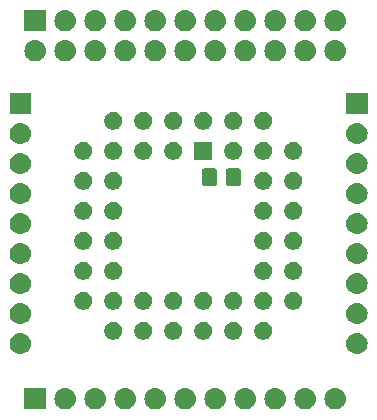
<source format=gbr>
G04 #@! TF.GenerationSoftware,KiCad,Pcbnew,5.1.2*
G04 #@! TF.CreationDate,2019-05-05T18:37:35+02:00*
G04 #@! TF.ProjectId,driverboard,64726976-6572-4626-9f61-72642e6b6963,rev?*
G04 #@! TF.SameCoordinates,Original*
G04 #@! TF.FileFunction,Soldermask,Bot*
G04 #@! TF.FilePolarity,Negative*
%FSLAX46Y46*%
G04 Gerber Fmt 4.6, Leading zero omitted, Abs format (unit mm)*
G04 Created by KiCad (PCBNEW 5.1.2) date 2019-05-05 18:37:35*
%MOMM*%
%LPD*%
G04 APERTURE LIST*
%ADD10C,0.100000*%
G04 APERTURE END LIST*
D10*
G36*
X102650442Y-131105518D02*
G01*
X102716627Y-131112037D01*
X102886466Y-131163557D01*
X103042991Y-131247222D01*
X103078729Y-131276552D01*
X103180186Y-131359814D01*
X103263448Y-131461271D01*
X103292778Y-131497009D01*
X103376443Y-131653534D01*
X103427963Y-131823373D01*
X103445359Y-132000000D01*
X103427963Y-132176627D01*
X103376443Y-132346466D01*
X103292778Y-132502991D01*
X103263448Y-132538729D01*
X103180186Y-132640186D01*
X103078729Y-132723448D01*
X103042991Y-132752778D01*
X102886466Y-132836443D01*
X102716627Y-132887963D01*
X102650443Y-132894481D01*
X102584260Y-132901000D01*
X102495740Y-132901000D01*
X102429557Y-132894481D01*
X102363373Y-132887963D01*
X102193534Y-132836443D01*
X102037009Y-132752778D01*
X102001271Y-132723448D01*
X101899814Y-132640186D01*
X101816552Y-132538729D01*
X101787222Y-132502991D01*
X101703557Y-132346466D01*
X101652037Y-132176627D01*
X101634641Y-132000000D01*
X101652037Y-131823373D01*
X101703557Y-131653534D01*
X101787222Y-131497009D01*
X101816552Y-131461271D01*
X101899814Y-131359814D01*
X102001271Y-131276552D01*
X102037009Y-131247222D01*
X102193534Y-131163557D01*
X102363373Y-131112037D01*
X102429558Y-131105518D01*
X102495740Y-131099000D01*
X102584260Y-131099000D01*
X102650442Y-131105518D01*
X102650442Y-131105518D01*
G37*
G36*
X122970442Y-131105518D02*
G01*
X123036627Y-131112037D01*
X123206466Y-131163557D01*
X123362991Y-131247222D01*
X123398729Y-131276552D01*
X123500186Y-131359814D01*
X123583448Y-131461271D01*
X123612778Y-131497009D01*
X123696443Y-131653534D01*
X123747963Y-131823373D01*
X123765359Y-132000000D01*
X123747963Y-132176627D01*
X123696443Y-132346466D01*
X123612778Y-132502991D01*
X123583448Y-132538729D01*
X123500186Y-132640186D01*
X123398729Y-132723448D01*
X123362991Y-132752778D01*
X123206466Y-132836443D01*
X123036627Y-132887963D01*
X122970443Y-132894481D01*
X122904260Y-132901000D01*
X122815740Y-132901000D01*
X122749557Y-132894481D01*
X122683373Y-132887963D01*
X122513534Y-132836443D01*
X122357009Y-132752778D01*
X122321271Y-132723448D01*
X122219814Y-132640186D01*
X122136552Y-132538729D01*
X122107222Y-132502991D01*
X122023557Y-132346466D01*
X121972037Y-132176627D01*
X121954641Y-132000000D01*
X121972037Y-131823373D01*
X122023557Y-131653534D01*
X122107222Y-131497009D01*
X122136552Y-131461271D01*
X122219814Y-131359814D01*
X122321271Y-131276552D01*
X122357009Y-131247222D01*
X122513534Y-131163557D01*
X122683373Y-131112037D01*
X122749558Y-131105518D01*
X122815740Y-131099000D01*
X122904260Y-131099000D01*
X122970442Y-131105518D01*
X122970442Y-131105518D01*
G37*
G36*
X125510442Y-131105518D02*
G01*
X125576627Y-131112037D01*
X125746466Y-131163557D01*
X125902991Y-131247222D01*
X125938729Y-131276552D01*
X126040186Y-131359814D01*
X126123448Y-131461271D01*
X126152778Y-131497009D01*
X126236443Y-131653534D01*
X126287963Y-131823373D01*
X126305359Y-132000000D01*
X126287963Y-132176627D01*
X126236443Y-132346466D01*
X126152778Y-132502991D01*
X126123448Y-132538729D01*
X126040186Y-132640186D01*
X125938729Y-132723448D01*
X125902991Y-132752778D01*
X125746466Y-132836443D01*
X125576627Y-132887963D01*
X125510443Y-132894481D01*
X125444260Y-132901000D01*
X125355740Y-132901000D01*
X125289557Y-132894481D01*
X125223373Y-132887963D01*
X125053534Y-132836443D01*
X124897009Y-132752778D01*
X124861271Y-132723448D01*
X124759814Y-132640186D01*
X124676552Y-132538729D01*
X124647222Y-132502991D01*
X124563557Y-132346466D01*
X124512037Y-132176627D01*
X124494641Y-132000000D01*
X124512037Y-131823373D01*
X124563557Y-131653534D01*
X124647222Y-131497009D01*
X124676552Y-131461271D01*
X124759814Y-131359814D01*
X124861271Y-131276552D01*
X124897009Y-131247222D01*
X125053534Y-131163557D01*
X125223373Y-131112037D01*
X125289558Y-131105518D01*
X125355740Y-131099000D01*
X125444260Y-131099000D01*
X125510442Y-131105518D01*
X125510442Y-131105518D01*
G37*
G36*
X120430442Y-131105518D02*
G01*
X120496627Y-131112037D01*
X120666466Y-131163557D01*
X120822991Y-131247222D01*
X120858729Y-131276552D01*
X120960186Y-131359814D01*
X121043448Y-131461271D01*
X121072778Y-131497009D01*
X121156443Y-131653534D01*
X121207963Y-131823373D01*
X121225359Y-132000000D01*
X121207963Y-132176627D01*
X121156443Y-132346466D01*
X121072778Y-132502991D01*
X121043448Y-132538729D01*
X120960186Y-132640186D01*
X120858729Y-132723448D01*
X120822991Y-132752778D01*
X120666466Y-132836443D01*
X120496627Y-132887963D01*
X120430443Y-132894481D01*
X120364260Y-132901000D01*
X120275740Y-132901000D01*
X120209557Y-132894481D01*
X120143373Y-132887963D01*
X119973534Y-132836443D01*
X119817009Y-132752778D01*
X119781271Y-132723448D01*
X119679814Y-132640186D01*
X119596552Y-132538729D01*
X119567222Y-132502991D01*
X119483557Y-132346466D01*
X119432037Y-132176627D01*
X119414641Y-132000000D01*
X119432037Y-131823373D01*
X119483557Y-131653534D01*
X119567222Y-131497009D01*
X119596552Y-131461271D01*
X119679814Y-131359814D01*
X119781271Y-131276552D01*
X119817009Y-131247222D01*
X119973534Y-131163557D01*
X120143373Y-131112037D01*
X120209558Y-131105518D01*
X120275740Y-131099000D01*
X120364260Y-131099000D01*
X120430442Y-131105518D01*
X120430442Y-131105518D01*
G37*
G36*
X117890442Y-131105518D02*
G01*
X117956627Y-131112037D01*
X118126466Y-131163557D01*
X118282991Y-131247222D01*
X118318729Y-131276552D01*
X118420186Y-131359814D01*
X118503448Y-131461271D01*
X118532778Y-131497009D01*
X118616443Y-131653534D01*
X118667963Y-131823373D01*
X118685359Y-132000000D01*
X118667963Y-132176627D01*
X118616443Y-132346466D01*
X118532778Y-132502991D01*
X118503448Y-132538729D01*
X118420186Y-132640186D01*
X118318729Y-132723448D01*
X118282991Y-132752778D01*
X118126466Y-132836443D01*
X117956627Y-132887963D01*
X117890443Y-132894481D01*
X117824260Y-132901000D01*
X117735740Y-132901000D01*
X117669557Y-132894481D01*
X117603373Y-132887963D01*
X117433534Y-132836443D01*
X117277009Y-132752778D01*
X117241271Y-132723448D01*
X117139814Y-132640186D01*
X117056552Y-132538729D01*
X117027222Y-132502991D01*
X116943557Y-132346466D01*
X116892037Y-132176627D01*
X116874641Y-132000000D01*
X116892037Y-131823373D01*
X116943557Y-131653534D01*
X117027222Y-131497009D01*
X117056552Y-131461271D01*
X117139814Y-131359814D01*
X117241271Y-131276552D01*
X117277009Y-131247222D01*
X117433534Y-131163557D01*
X117603373Y-131112037D01*
X117669558Y-131105518D01*
X117735740Y-131099000D01*
X117824260Y-131099000D01*
X117890442Y-131105518D01*
X117890442Y-131105518D01*
G37*
G36*
X115350442Y-131105518D02*
G01*
X115416627Y-131112037D01*
X115586466Y-131163557D01*
X115742991Y-131247222D01*
X115778729Y-131276552D01*
X115880186Y-131359814D01*
X115963448Y-131461271D01*
X115992778Y-131497009D01*
X116076443Y-131653534D01*
X116127963Y-131823373D01*
X116145359Y-132000000D01*
X116127963Y-132176627D01*
X116076443Y-132346466D01*
X115992778Y-132502991D01*
X115963448Y-132538729D01*
X115880186Y-132640186D01*
X115778729Y-132723448D01*
X115742991Y-132752778D01*
X115586466Y-132836443D01*
X115416627Y-132887963D01*
X115350443Y-132894481D01*
X115284260Y-132901000D01*
X115195740Y-132901000D01*
X115129557Y-132894481D01*
X115063373Y-132887963D01*
X114893534Y-132836443D01*
X114737009Y-132752778D01*
X114701271Y-132723448D01*
X114599814Y-132640186D01*
X114516552Y-132538729D01*
X114487222Y-132502991D01*
X114403557Y-132346466D01*
X114352037Y-132176627D01*
X114334641Y-132000000D01*
X114352037Y-131823373D01*
X114403557Y-131653534D01*
X114487222Y-131497009D01*
X114516552Y-131461271D01*
X114599814Y-131359814D01*
X114701271Y-131276552D01*
X114737009Y-131247222D01*
X114893534Y-131163557D01*
X115063373Y-131112037D01*
X115129558Y-131105518D01*
X115195740Y-131099000D01*
X115284260Y-131099000D01*
X115350442Y-131105518D01*
X115350442Y-131105518D01*
G37*
G36*
X110270442Y-131105518D02*
G01*
X110336627Y-131112037D01*
X110506466Y-131163557D01*
X110662991Y-131247222D01*
X110698729Y-131276552D01*
X110800186Y-131359814D01*
X110883448Y-131461271D01*
X110912778Y-131497009D01*
X110996443Y-131653534D01*
X111047963Y-131823373D01*
X111065359Y-132000000D01*
X111047963Y-132176627D01*
X110996443Y-132346466D01*
X110912778Y-132502991D01*
X110883448Y-132538729D01*
X110800186Y-132640186D01*
X110698729Y-132723448D01*
X110662991Y-132752778D01*
X110506466Y-132836443D01*
X110336627Y-132887963D01*
X110270443Y-132894481D01*
X110204260Y-132901000D01*
X110115740Y-132901000D01*
X110049557Y-132894481D01*
X109983373Y-132887963D01*
X109813534Y-132836443D01*
X109657009Y-132752778D01*
X109621271Y-132723448D01*
X109519814Y-132640186D01*
X109436552Y-132538729D01*
X109407222Y-132502991D01*
X109323557Y-132346466D01*
X109272037Y-132176627D01*
X109254641Y-132000000D01*
X109272037Y-131823373D01*
X109323557Y-131653534D01*
X109407222Y-131497009D01*
X109436552Y-131461271D01*
X109519814Y-131359814D01*
X109621271Y-131276552D01*
X109657009Y-131247222D01*
X109813534Y-131163557D01*
X109983373Y-131112037D01*
X110049558Y-131105518D01*
X110115740Y-131099000D01*
X110204260Y-131099000D01*
X110270442Y-131105518D01*
X110270442Y-131105518D01*
G37*
G36*
X107730442Y-131105518D02*
G01*
X107796627Y-131112037D01*
X107966466Y-131163557D01*
X108122991Y-131247222D01*
X108158729Y-131276552D01*
X108260186Y-131359814D01*
X108343448Y-131461271D01*
X108372778Y-131497009D01*
X108456443Y-131653534D01*
X108507963Y-131823373D01*
X108525359Y-132000000D01*
X108507963Y-132176627D01*
X108456443Y-132346466D01*
X108372778Y-132502991D01*
X108343448Y-132538729D01*
X108260186Y-132640186D01*
X108158729Y-132723448D01*
X108122991Y-132752778D01*
X107966466Y-132836443D01*
X107796627Y-132887963D01*
X107730443Y-132894481D01*
X107664260Y-132901000D01*
X107575740Y-132901000D01*
X107509557Y-132894481D01*
X107443373Y-132887963D01*
X107273534Y-132836443D01*
X107117009Y-132752778D01*
X107081271Y-132723448D01*
X106979814Y-132640186D01*
X106896552Y-132538729D01*
X106867222Y-132502991D01*
X106783557Y-132346466D01*
X106732037Y-132176627D01*
X106714641Y-132000000D01*
X106732037Y-131823373D01*
X106783557Y-131653534D01*
X106867222Y-131497009D01*
X106896552Y-131461271D01*
X106979814Y-131359814D01*
X107081271Y-131276552D01*
X107117009Y-131247222D01*
X107273534Y-131163557D01*
X107443373Y-131112037D01*
X107509558Y-131105518D01*
X107575740Y-131099000D01*
X107664260Y-131099000D01*
X107730442Y-131105518D01*
X107730442Y-131105518D01*
G37*
G36*
X105190442Y-131105518D02*
G01*
X105256627Y-131112037D01*
X105426466Y-131163557D01*
X105582991Y-131247222D01*
X105618729Y-131276552D01*
X105720186Y-131359814D01*
X105803448Y-131461271D01*
X105832778Y-131497009D01*
X105916443Y-131653534D01*
X105967963Y-131823373D01*
X105985359Y-132000000D01*
X105967963Y-132176627D01*
X105916443Y-132346466D01*
X105832778Y-132502991D01*
X105803448Y-132538729D01*
X105720186Y-132640186D01*
X105618729Y-132723448D01*
X105582991Y-132752778D01*
X105426466Y-132836443D01*
X105256627Y-132887963D01*
X105190443Y-132894481D01*
X105124260Y-132901000D01*
X105035740Y-132901000D01*
X104969557Y-132894481D01*
X104903373Y-132887963D01*
X104733534Y-132836443D01*
X104577009Y-132752778D01*
X104541271Y-132723448D01*
X104439814Y-132640186D01*
X104356552Y-132538729D01*
X104327222Y-132502991D01*
X104243557Y-132346466D01*
X104192037Y-132176627D01*
X104174641Y-132000000D01*
X104192037Y-131823373D01*
X104243557Y-131653534D01*
X104327222Y-131497009D01*
X104356552Y-131461271D01*
X104439814Y-131359814D01*
X104541271Y-131276552D01*
X104577009Y-131247222D01*
X104733534Y-131163557D01*
X104903373Y-131112037D01*
X104969558Y-131105518D01*
X105035740Y-131099000D01*
X105124260Y-131099000D01*
X105190442Y-131105518D01*
X105190442Y-131105518D01*
G37*
G36*
X100901000Y-132901000D02*
G01*
X99099000Y-132901000D01*
X99099000Y-131099000D01*
X100901000Y-131099000D01*
X100901000Y-132901000D01*
X100901000Y-132901000D01*
G37*
G36*
X112810442Y-131105518D02*
G01*
X112876627Y-131112037D01*
X113046466Y-131163557D01*
X113202991Y-131247222D01*
X113238729Y-131276552D01*
X113340186Y-131359814D01*
X113423448Y-131461271D01*
X113452778Y-131497009D01*
X113536443Y-131653534D01*
X113587963Y-131823373D01*
X113605359Y-132000000D01*
X113587963Y-132176627D01*
X113536443Y-132346466D01*
X113452778Y-132502991D01*
X113423448Y-132538729D01*
X113340186Y-132640186D01*
X113238729Y-132723448D01*
X113202991Y-132752778D01*
X113046466Y-132836443D01*
X112876627Y-132887963D01*
X112810443Y-132894481D01*
X112744260Y-132901000D01*
X112655740Y-132901000D01*
X112589557Y-132894481D01*
X112523373Y-132887963D01*
X112353534Y-132836443D01*
X112197009Y-132752778D01*
X112161271Y-132723448D01*
X112059814Y-132640186D01*
X111976552Y-132538729D01*
X111947222Y-132502991D01*
X111863557Y-132346466D01*
X111812037Y-132176627D01*
X111794641Y-132000000D01*
X111812037Y-131823373D01*
X111863557Y-131653534D01*
X111947222Y-131497009D01*
X111976552Y-131461271D01*
X112059814Y-131359814D01*
X112161271Y-131276552D01*
X112197009Y-131247222D01*
X112353534Y-131163557D01*
X112523373Y-131112037D01*
X112589558Y-131105518D01*
X112655740Y-131099000D01*
X112744260Y-131099000D01*
X112810442Y-131105518D01*
X112810442Y-131105518D01*
G37*
G36*
X127360442Y-126425518D02*
G01*
X127426627Y-126432037D01*
X127596466Y-126483557D01*
X127752991Y-126567222D01*
X127788729Y-126596552D01*
X127890186Y-126679814D01*
X127973448Y-126781271D01*
X128002778Y-126817009D01*
X128002779Y-126817011D01*
X128086110Y-126972910D01*
X128086443Y-126973534D01*
X128137963Y-127143373D01*
X128155359Y-127320000D01*
X128137963Y-127496627D01*
X128086443Y-127666466D01*
X128002778Y-127822991D01*
X127973448Y-127858729D01*
X127890186Y-127960186D01*
X127788729Y-128043448D01*
X127752991Y-128072778D01*
X127596466Y-128156443D01*
X127426627Y-128207963D01*
X127360442Y-128214482D01*
X127294260Y-128221000D01*
X127205740Y-128221000D01*
X127139558Y-128214482D01*
X127073373Y-128207963D01*
X126903534Y-128156443D01*
X126747009Y-128072778D01*
X126711271Y-128043448D01*
X126609814Y-127960186D01*
X126526552Y-127858729D01*
X126497222Y-127822991D01*
X126413557Y-127666466D01*
X126362037Y-127496627D01*
X126344641Y-127320000D01*
X126362037Y-127143373D01*
X126413557Y-126973534D01*
X126413891Y-126972910D01*
X126497221Y-126817011D01*
X126497222Y-126817009D01*
X126526552Y-126781271D01*
X126609814Y-126679814D01*
X126711271Y-126596552D01*
X126747009Y-126567222D01*
X126903534Y-126483557D01*
X127073373Y-126432037D01*
X127139558Y-126425518D01*
X127205740Y-126419000D01*
X127294260Y-126419000D01*
X127360442Y-126425518D01*
X127360442Y-126425518D01*
G37*
G36*
X98860442Y-126425518D02*
G01*
X98926627Y-126432037D01*
X99096466Y-126483557D01*
X99252991Y-126567222D01*
X99288729Y-126596552D01*
X99390186Y-126679814D01*
X99473448Y-126781271D01*
X99502778Y-126817009D01*
X99502779Y-126817011D01*
X99586110Y-126972910D01*
X99586443Y-126973534D01*
X99637963Y-127143373D01*
X99655359Y-127320000D01*
X99637963Y-127496627D01*
X99586443Y-127666466D01*
X99502778Y-127822991D01*
X99473448Y-127858729D01*
X99390186Y-127960186D01*
X99288729Y-128043448D01*
X99252991Y-128072778D01*
X99096466Y-128156443D01*
X98926627Y-128207963D01*
X98860442Y-128214482D01*
X98794260Y-128221000D01*
X98705740Y-128221000D01*
X98639558Y-128214482D01*
X98573373Y-128207963D01*
X98403534Y-128156443D01*
X98247009Y-128072778D01*
X98211271Y-128043448D01*
X98109814Y-127960186D01*
X98026552Y-127858729D01*
X97997222Y-127822991D01*
X97913557Y-127666466D01*
X97862037Y-127496627D01*
X97844641Y-127320000D01*
X97862037Y-127143373D01*
X97913557Y-126973534D01*
X97913891Y-126972910D01*
X97997221Y-126817011D01*
X97997222Y-126817009D01*
X98026552Y-126781271D01*
X98109814Y-126679814D01*
X98211271Y-126596552D01*
X98247009Y-126567222D01*
X98403534Y-126483557D01*
X98573373Y-126432037D01*
X98639558Y-126425518D01*
X98705740Y-126419000D01*
X98794260Y-126419000D01*
X98860442Y-126425518D01*
X98860442Y-126425518D01*
G37*
G36*
X109392325Y-125507090D02*
G01*
X109531038Y-125564547D01*
X109655872Y-125647958D01*
X109762042Y-125754128D01*
X109845453Y-125878962D01*
X109902910Y-126017675D01*
X109932200Y-126164929D01*
X109932200Y-126315071D01*
X109902910Y-126462325D01*
X109845453Y-126601038D01*
X109762042Y-126725872D01*
X109655872Y-126832042D01*
X109531038Y-126915453D01*
X109392325Y-126972910D01*
X109245071Y-127002200D01*
X109094929Y-127002200D01*
X108947675Y-126972910D01*
X108808962Y-126915453D01*
X108684128Y-126832042D01*
X108577958Y-126725872D01*
X108494547Y-126601038D01*
X108437090Y-126462325D01*
X108407800Y-126315071D01*
X108407800Y-126164929D01*
X108437090Y-126017675D01*
X108494547Y-125878962D01*
X108577958Y-125754128D01*
X108684128Y-125647958D01*
X108808962Y-125564547D01*
X108947675Y-125507090D01*
X109094929Y-125477800D01*
X109245071Y-125477800D01*
X109392325Y-125507090D01*
X109392325Y-125507090D01*
G37*
G36*
X119552325Y-125507090D02*
G01*
X119691038Y-125564547D01*
X119815872Y-125647958D01*
X119922042Y-125754128D01*
X120005453Y-125878962D01*
X120062910Y-126017675D01*
X120092200Y-126164929D01*
X120092200Y-126315071D01*
X120062910Y-126462325D01*
X120005453Y-126601038D01*
X119922042Y-126725872D01*
X119815872Y-126832042D01*
X119691038Y-126915453D01*
X119552325Y-126972910D01*
X119405071Y-127002200D01*
X119254929Y-127002200D01*
X119107675Y-126972910D01*
X118968962Y-126915453D01*
X118844128Y-126832042D01*
X118737958Y-126725872D01*
X118654547Y-126601038D01*
X118597090Y-126462325D01*
X118567800Y-126315071D01*
X118567800Y-126164929D01*
X118597090Y-126017675D01*
X118654547Y-125878962D01*
X118737958Y-125754128D01*
X118844128Y-125647958D01*
X118968962Y-125564547D01*
X119107675Y-125507090D01*
X119254929Y-125477800D01*
X119405071Y-125477800D01*
X119552325Y-125507090D01*
X119552325Y-125507090D01*
G37*
G36*
X114472325Y-125507090D02*
G01*
X114611038Y-125564547D01*
X114735872Y-125647958D01*
X114842042Y-125754128D01*
X114925453Y-125878962D01*
X114982910Y-126017675D01*
X115012200Y-126164929D01*
X115012200Y-126315071D01*
X114982910Y-126462325D01*
X114925453Y-126601038D01*
X114842042Y-126725872D01*
X114735872Y-126832042D01*
X114611038Y-126915453D01*
X114472325Y-126972910D01*
X114325071Y-127002200D01*
X114174929Y-127002200D01*
X114027675Y-126972910D01*
X113888962Y-126915453D01*
X113764128Y-126832042D01*
X113657958Y-126725872D01*
X113574547Y-126601038D01*
X113517090Y-126462325D01*
X113487800Y-126315071D01*
X113487800Y-126164929D01*
X113517090Y-126017675D01*
X113574547Y-125878962D01*
X113657958Y-125754128D01*
X113764128Y-125647958D01*
X113888962Y-125564547D01*
X114027675Y-125507090D01*
X114174929Y-125477800D01*
X114325071Y-125477800D01*
X114472325Y-125507090D01*
X114472325Y-125507090D01*
G37*
G36*
X111932325Y-125507090D02*
G01*
X112071038Y-125564547D01*
X112195872Y-125647958D01*
X112302042Y-125754128D01*
X112385453Y-125878962D01*
X112442910Y-126017675D01*
X112472200Y-126164929D01*
X112472200Y-126315071D01*
X112442910Y-126462325D01*
X112385453Y-126601038D01*
X112302042Y-126725872D01*
X112195872Y-126832042D01*
X112071038Y-126915453D01*
X111932325Y-126972910D01*
X111785071Y-127002200D01*
X111634929Y-127002200D01*
X111487675Y-126972910D01*
X111348962Y-126915453D01*
X111224128Y-126832042D01*
X111117958Y-126725872D01*
X111034547Y-126601038D01*
X110977090Y-126462325D01*
X110947800Y-126315071D01*
X110947800Y-126164929D01*
X110977090Y-126017675D01*
X111034547Y-125878962D01*
X111117958Y-125754128D01*
X111224128Y-125647958D01*
X111348962Y-125564547D01*
X111487675Y-125507090D01*
X111634929Y-125477800D01*
X111785071Y-125477800D01*
X111932325Y-125507090D01*
X111932325Y-125507090D01*
G37*
G36*
X106852325Y-125507090D02*
G01*
X106991038Y-125564547D01*
X107115872Y-125647958D01*
X107222042Y-125754128D01*
X107305453Y-125878962D01*
X107362910Y-126017675D01*
X107392200Y-126164929D01*
X107392200Y-126315071D01*
X107362910Y-126462325D01*
X107305453Y-126601038D01*
X107222042Y-126725872D01*
X107115872Y-126832042D01*
X106991038Y-126915453D01*
X106852325Y-126972910D01*
X106705071Y-127002200D01*
X106554929Y-127002200D01*
X106407675Y-126972910D01*
X106268962Y-126915453D01*
X106144128Y-126832042D01*
X106037958Y-126725872D01*
X105954547Y-126601038D01*
X105897090Y-126462325D01*
X105867800Y-126315071D01*
X105867800Y-126164929D01*
X105897090Y-126017675D01*
X105954547Y-125878962D01*
X106037958Y-125754128D01*
X106144128Y-125647958D01*
X106268962Y-125564547D01*
X106407675Y-125507090D01*
X106554929Y-125477800D01*
X106705071Y-125477800D01*
X106852325Y-125507090D01*
X106852325Y-125507090D01*
G37*
G36*
X117012325Y-125507090D02*
G01*
X117151038Y-125564547D01*
X117275872Y-125647958D01*
X117382042Y-125754128D01*
X117465453Y-125878962D01*
X117522910Y-126017675D01*
X117552200Y-126164929D01*
X117552200Y-126315071D01*
X117522910Y-126462325D01*
X117465453Y-126601038D01*
X117382042Y-126725872D01*
X117275872Y-126832042D01*
X117151038Y-126915453D01*
X117012325Y-126972910D01*
X116865071Y-127002200D01*
X116714929Y-127002200D01*
X116567675Y-126972910D01*
X116428962Y-126915453D01*
X116304128Y-126832042D01*
X116197958Y-126725872D01*
X116114547Y-126601038D01*
X116057090Y-126462325D01*
X116027800Y-126315071D01*
X116027800Y-126164929D01*
X116057090Y-126017675D01*
X116114547Y-125878962D01*
X116197958Y-125754128D01*
X116304128Y-125647958D01*
X116428962Y-125564547D01*
X116567675Y-125507090D01*
X116714929Y-125477800D01*
X116865071Y-125477800D01*
X117012325Y-125507090D01*
X117012325Y-125507090D01*
G37*
G36*
X98860443Y-123885519D02*
G01*
X98926627Y-123892037D01*
X99096466Y-123943557D01*
X99252991Y-124027222D01*
X99288729Y-124056552D01*
X99390186Y-124139814D01*
X99473448Y-124241271D01*
X99502778Y-124277009D01*
X99502779Y-124277011D01*
X99586110Y-124432910D01*
X99586443Y-124433534D01*
X99637963Y-124603373D01*
X99655359Y-124780000D01*
X99637963Y-124956627D01*
X99586443Y-125126466D01*
X99502778Y-125282991D01*
X99473448Y-125318729D01*
X99390186Y-125420186D01*
X99288729Y-125503448D01*
X99252991Y-125532778D01*
X99096466Y-125616443D01*
X98926627Y-125667963D01*
X98860442Y-125674482D01*
X98794260Y-125681000D01*
X98705740Y-125681000D01*
X98639558Y-125674482D01*
X98573373Y-125667963D01*
X98403534Y-125616443D01*
X98247009Y-125532778D01*
X98211271Y-125503448D01*
X98109814Y-125420186D01*
X98026552Y-125318729D01*
X97997222Y-125282991D01*
X97913557Y-125126466D01*
X97862037Y-124956627D01*
X97844641Y-124780000D01*
X97862037Y-124603373D01*
X97913557Y-124433534D01*
X97913891Y-124432910D01*
X97997221Y-124277011D01*
X97997222Y-124277009D01*
X98026552Y-124241271D01*
X98109814Y-124139814D01*
X98211271Y-124056552D01*
X98247009Y-124027222D01*
X98403534Y-123943557D01*
X98573373Y-123892037D01*
X98639557Y-123885519D01*
X98705740Y-123879000D01*
X98794260Y-123879000D01*
X98860443Y-123885519D01*
X98860443Y-123885519D01*
G37*
G36*
X127360443Y-123885519D02*
G01*
X127426627Y-123892037D01*
X127596466Y-123943557D01*
X127752991Y-124027222D01*
X127788729Y-124056552D01*
X127890186Y-124139814D01*
X127973448Y-124241271D01*
X128002778Y-124277009D01*
X128002779Y-124277011D01*
X128086110Y-124432910D01*
X128086443Y-124433534D01*
X128137963Y-124603373D01*
X128155359Y-124780000D01*
X128137963Y-124956627D01*
X128086443Y-125126466D01*
X128002778Y-125282991D01*
X127973448Y-125318729D01*
X127890186Y-125420186D01*
X127788729Y-125503448D01*
X127752991Y-125532778D01*
X127596466Y-125616443D01*
X127426627Y-125667963D01*
X127360442Y-125674482D01*
X127294260Y-125681000D01*
X127205740Y-125681000D01*
X127139558Y-125674482D01*
X127073373Y-125667963D01*
X126903534Y-125616443D01*
X126747009Y-125532778D01*
X126711271Y-125503448D01*
X126609814Y-125420186D01*
X126526552Y-125318729D01*
X126497222Y-125282991D01*
X126413557Y-125126466D01*
X126362037Y-124956627D01*
X126344641Y-124780000D01*
X126362037Y-124603373D01*
X126413557Y-124433534D01*
X126413891Y-124432910D01*
X126497221Y-124277011D01*
X126497222Y-124277009D01*
X126526552Y-124241271D01*
X126609814Y-124139814D01*
X126711271Y-124056552D01*
X126747009Y-124027222D01*
X126903534Y-123943557D01*
X127073373Y-123892037D01*
X127139557Y-123885519D01*
X127205740Y-123879000D01*
X127294260Y-123879000D01*
X127360443Y-123885519D01*
X127360443Y-123885519D01*
G37*
G36*
X106852325Y-122967090D02*
G01*
X106991038Y-123024547D01*
X107115872Y-123107958D01*
X107222042Y-123214128D01*
X107305453Y-123338962D01*
X107362910Y-123477675D01*
X107392200Y-123624929D01*
X107392200Y-123775071D01*
X107362910Y-123922325D01*
X107305453Y-124061038D01*
X107222042Y-124185872D01*
X107115872Y-124292042D01*
X106991038Y-124375453D01*
X106852325Y-124432910D01*
X106705071Y-124462200D01*
X106554929Y-124462200D01*
X106407675Y-124432910D01*
X106268962Y-124375453D01*
X106144128Y-124292042D01*
X106037958Y-124185872D01*
X105954547Y-124061038D01*
X105897090Y-123922325D01*
X105867800Y-123775071D01*
X105867800Y-123624929D01*
X105897090Y-123477675D01*
X105954547Y-123338962D01*
X106037958Y-123214128D01*
X106144128Y-123107958D01*
X106268962Y-123024547D01*
X106407675Y-122967090D01*
X106554929Y-122937800D01*
X106705071Y-122937800D01*
X106852325Y-122967090D01*
X106852325Y-122967090D01*
G37*
G36*
X104312325Y-122967090D02*
G01*
X104451038Y-123024547D01*
X104575872Y-123107958D01*
X104682042Y-123214128D01*
X104765453Y-123338962D01*
X104822910Y-123477675D01*
X104852200Y-123624929D01*
X104852200Y-123775071D01*
X104822910Y-123922325D01*
X104765453Y-124061038D01*
X104682042Y-124185872D01*
X104575872Y-124292042D01*
X104451038Y-124375453D01*
X104312325Y-124432910D01*
X104165071Y-124462200D01*
X104014929Y-124462200D01*
X103867675Y-124432910D01*
X103728962Y-124375453D01*
X103604128Y-124292042D01*
X103497958Y-124185872D01*
X103414547Y-124061038D01*
X103357090Y-123922325D01*
X103327800Y-123775071D01*
X103327800Y-123624929D01*
X103357090Y-123477675D01*
X103414547Y-123338962D01*
X103497958Y-123214128D01*
X103604128Y-123107958D01*
X103728962Y-123024547D01*
X103867675Y-122967090D01*
X104014929Y-122937800D01*
X104165071Y-122937800D01*
X104312325Y-122967090D01*
X104312325Y-122967090D01*
G37*
G36*
X111932325Y-122967090D02*
G01*
X112071038Y-123024547D01*
X112195872Y-123107958D01*
X112302042Y-123214128D01*
X112385453Y-123338962D01*
X112442910Y-123477675D01*
X112472200Y-123624929D01*
X112472200Y-123775071D01*
X112442910Y-123922325D01*
X112385453Y-124061038D01*
X112302042Y-124185872D01*
X112195872Y-124292042D01*
X112071038Y-124375453D01*
X111932325Y-124432910D01*
X111785071Y-124462200D01*
X111634929Y-124462200D01*
X111487675Y-124432910D01*
X111348962Y-124375453D01*
X111224128Y-124292042D01*
X111117958Y-124185872D01*
X111034547Y-124061038D01*
X110977090Y-123922325D01*
X110947800Y-123775071D01*
X110947800Y-123624929D01*
X110977090Y-123477675D01*
X111034547Y-123338962D01*
X111117958Y-123214128D01*
X111224128Y-123107958D01*
X111348962Y-123024547D01*
X111487675Y-122967090D01*
X111634929Y-122937800D01*
X111785071Y-122937800D01*
X111932325Y-122967090D01*
X111932325Y-122967090D01*
G37*
G36*
X114472325Y-122967090D02*
G01*
X114611038Y-123024547D01*
X114735872Y-123107958D01*
X114842042Y-123214128D01*
X114925453Y-123338962D01*
X114982910Y-123477675D01*
X115012200Y-123624929D01*
X115012200Y-123775071D01*
X114982910Y-123922325D01*
X114925453Y-124061038D01*
X114842042Y-124185872D01*
X114735872Y-124292042D01*
X114611038Y-124375453D01*
X114472325Y-124432910D01*
X114325071Y-124462200D01*
X114174929Y-124462200D01*
X114027675Y-124432910D01*
X113888962Y-124375453D01*
X113764128Y-124292042D01*
X113657958Y-124185872D01*
X113574547Y-124061038D01*
X113517090Y-123922325D01*
X113487800Y-123775071D01*
X113487800Y-123624929D01*
X113517090Y-123477675D01*
X113574547Y-123338962D01*
X113657958Y-123214128D01*
X113764128Y-123107958D01*
X113888962Y-123024547D01*
X114027675Y-122967090D01*
X114174929Y-122937800D01*
X114325071Y-122937800D01*
X114472325Y-122967090D01*
X114472325Y-122967090D01*
G37*
G36*
X122092325Y-122967090D02*
G01*
X122231038Y-123024547D01*
X122355872Y-123107958D01*
X122462042Y-123214128D01*
X122545453Y-123338962D01*
X122602910Y-123477675D01*
X122632200Y-123624929D01*
X122632200Y-123775071D01*
X122602910Y-123922325D01*
X122545453Y-124061038D01*
X122462042Y-124185872D01*
X122355872Y-124292042D01*
X122231038Y-124375453D01*
X122092325Y-124432910D01*
X121945071Y-124462200D01*
X121794929Y-124462200D01*
X121647675Y-124432910D01*
X121508962Y-124375453D01*
X121384128Y-124292042D01*
X121277958Y-124185872D01*
X121194547Y-124061038D01*
X121137090Y-123922325D01*
X121107800Y-123775071D01*
X121107800Y-123624929D01*
X121137090Y-123477675D01*
X121194547Y-123338962D01*
X121277958Y-123214128D01*
X121384128Y-123107958D01*
X121508962Y-123024547D01*
X121647675Y-122967090D01*
X121794929Y-122937800D01*
X121945071Y-122937800D01*
X122092325Y-122967090D01*
X122092325Y-122967090D01*
G37*
G36*
X119552325Y-122967090D02*
G01*
X119691038Y-123024547D01*
X119815872Y-123107958D01*
X119922042Y-123214128D01*
X120005453Y-123338962D01*
X120062910Y-123477675D01*
X120092200Y-123624929D01*
X120092200Y-123775071D01*
X120062910Y-123922325D01*
X120005453Y-124061038D01*
X119922042Y-124185872D01*
X119815872Y-124292042D01*
X119691038Y-124375453D01*
X119552325Y-124432910D01*
X119405071Y-124462200D01*
X119254929Y-124462200D01*
X119107675Y-124432910D01*
X118968962Y-124375453D01*
X118844128Y-124292042D01*
X118737958Y-124185872D01*
X118654547Y-124061038D01*
X118597090Y-123922325D01*
X118567800Y-123775071D01*
X118567800Y-123624929D01*
X118597090Y-123477675D01*
X118654547Y-123338962D01*
X118737958Y-123214128D01*
X118844128Y-123107958D01*
X118968962Y-123024547D01*
X119107675Y-122967090D01*
X119254929Y-122937800D01*
X119405071Y-122937800D01*
X119552325Y-122967090D01*
X119552325Y-122967090D01*
G37*
G36*
X109392325Y-122967090D02*
G01*
X109531038Y-123024547D01*
X109655872Y-123107958D01*
X109762042Y-123214128D01*
X109845453Y-123338962D01*
X109902910Y-123477675D01*
X109932200Y-123624929D01*
X109932200Y-123775071D01*
X109902910Y-123922325D01*
X109845453Y-124061038D01*
X109762042Y-124185872D01*
X109655872Y-124292042D01*
X109531038Y-124375453D01*
X109392325Y-124432910D01*
X109245071Y-124462200D01*
X109094929Y-124462200D01*
X108947675Y-124432910D01*
X108808962Y-124375453D01*
X108684128Y-124292042D01*
X108577958Y-124185872D01*
X108494547Y-124061038D01*
X108437090Y-123922325D01*
X108407800Y-123775071D01*
X108407800Y-123624929D01*
X108437090Y-123477675D01*
X108494547Y-123338962D01*
X108577958Y-123214128D01*
X108684128Y-123107958D01*
X108808962Y-123024547D01*
X108947675Y-122967090D01*
X109094929Y-122937800D01*
X109245071Y-122937800D01*
X109392325Y-122967090D01*
X109392325Y-122967090D01*
G37*
G36*
X117012325Y-122967090D02*
G01*
X117151038Y-123024547D01*
X117275872Y-123107958D01*
X117382042Y-123214128D01*
X117465453Y-123338962D01*
X117522910Y-123477675D01*
X117552200Y-123624929D01*
X117552200Y-123775071D01*
X117522910Y-123922325D01*
X117465453Y-124061038D01*
X117382042Y-124185872D01*
X117275872Y-124292042D01*
X117151038Y-124375453D01*
X117012325Y-124432910D01*
X116865071Y-124462200D01*
X116714929Y-124462200D01*
X116567675Y-124432910D01*
X116428962Y-124375453D01*
X116304128Y-124292042D01*
X116197958Y-124185872D01*
X116114547Y-124061038D01*
X116057090Y-123922325D01*
X116027800Y-123775071D01*
X116027800Y-123624929D01*
X116057090Y-123477675D01*
X116114547Y-123338962D01*
X116197958Y-123214128D01*
X116304128Y-123107958D01*
X116428962Y-123024547D01*
X116567675Y-122967090D01*
X116714929Y-122937800D01*
X116865071Y-122937800D01*
X117012325Y-122967090D01*
X117012325Y-122967090D01*
G37*
G36*
X127360442Y-121345518D02*
G01*
X127426627Y-121352037D01*
X127596466Y-121403557D01*
X127752991Y-121487222D01*
X127788729Y-121516552D01*
X127890186Y-121599814D01*
X127973448Y-121701271D01*
X128002778Y-121737009D01*
X128002779Y-121737011D01*
X128086110Y-121892910D01*
X128086443Y-121893534D01*
X128137963Y-122063373D01*
X128155359Y-122240000D01*
X128137963Y-122416627D01*
X128086443Y-122586466D01*
X128002778Y-122742991D01*
X127973448Y-122778729D01*
X127890186Y-122880186D01*
X127788729Y-122963448D01*
X127752991Y-122992778D01*
X127596466Y-123076443D01*
X127426627Y-123127963D01*
X127360442Y-123134482D01*
X127294260Y-123141000D01*
X127205740Y-123141000D01*
X127139558Y-123134482D01*
X127073373Y-123127963D01*
X126903534Y-123076443D01*
X126747009Y-122992778D01*
X126711271Y-122963448D01*
X126609814Y-122880186D01*
X126526552Y-122778729D01*
X126497222Y-122742991D01*
X126413557Y-122586466D01*
X126362037Y-122416627D01*
X126344641Y-122240000D01*
X126362037Y-122063373D01*
X126413557Y-121893534D01*
X126413891Y-121892910D01*
X126497221Y-121737011D01*
X126497222Y-121737009D01*
X126526552Y-121701271D01*
X126609814Y-121599814D01*
X126711271Y-121516552D01*
X126747009Y-121487222D01*
X126903534Y-121403557D01*
X127073373Y-121352037D01*
X127139558Y-121345518D01*
X127205740Y-121339000D01*
X127294260Y-121339000D01*
X127360442Y-121345518D01*
X127360442Y-121345518D01*
G37*
G36*
X98860442Y-121345518D02*
G01*
X98926627Y-121352037D01*
X99096466Y-121403557D01*
X99252991Y-121487222D01*
X99288729Y-121516552D01*
X99390186Y-121599814D01*
X99473448Y-121701271D01*
X99502778Y-121737009D01*
X99502779Y-121737011D01*
X99586110Y-121892910D01*
X99586443Y-121893534D01*
X99637963Y-122063373D01*
X99655359Y-122240000D01*
X99637963Y-122416627D01*
X99586443Y-122586466D01*
X99502778Y-122742991D01*
X99473448Y-122778729D01*
X99390186Y-122880186D01*
X99288729Y-122963448D01*
X99252991Y-122992778D01*
X99096466Y-123076443D01*
X98926627Y-123127963D01*
X98860442Y-123134482D01*
X98794260Y-123141000D01*
X98705740Y-123141000D01*
X98639558Y-123134482D01*
X98573373Y-123127963D01*
X98403534Y-123076443D01*
X98247009Y-122992778D01*
X98211271Y-122963448D01*
X98109814Y-122880186D01*
X98026552Y-122778729D01*
X97997222Y-122742991D01*
X97913557Y-122586466D01*
X97862037Y-122416627D01*
X97844641Y-122240000D01*
X97862037Y-122063373D01*
X97913557Y-121893534D01*
X97913891Y-121892910D01*
X97997221Y-121737011D01*
X97997222Y-121737009D01*
X98026552Y-121701271D01*
X98109814Y-121599814D01*
X98211271Y-121516552D01*
X98247009Y-121487222D01*
X98403534Y-121403557D01*
X98573373Y-121352037D01*
X98639558Y-121345518D01*
X98705740Y-121339000D01*
X98794260Y-121339000D01*
X98860442Y-121345518D01*
X98860442Y-121345518D01*
G37*
G36*
X104312325Y-120427090D02*
G01*
X104451038Y-120484547D01*
X104575872Y-120567958D01*
X104682042Y-120674128D01*
X104765453Y-120798962D01*
X104822910Y-120937675D01*
X104852200Y-121084929D01*
X104852200Y-121235071D01*
X104822910Y-121382325D01*
X104765453Y-121521038D01*
X104682042Y-121645872D01*
X104575872Y-121752042D01*
X104451038Y-121835453D01*
X104312325Y-121892910D01*
X104165071Y-121922200D01*
X104014929Y-121922200D01*
X103867675Y-121892910D01*
X103728962Y-121835453D01*
X103604128Y-121752042D01*
X103497958Y-121645872D01*
X103414547Y-121521038D01*
X103357090Y-121382325D01*
X103327800Y-121235071D01*
X103327800Y-121084929D01*
X103357090Y-120937675D01*
X103414547Y-120798962D01*
X103497958Y-120674128D01*
X103604128Y-120567958D01*
X103728962Y-120484547D01*
X103867675Y-120427090D01*
X104014929Y-120397800D01*
X104165071Y-120397800D01*
X104312325Y-120427090D01*
X104312325Y-120427090D01*
G37*
G36*
X106852325Y-120427090D02*
G01*
X106991038Y-120484547D01*
X107115872Y-120567958D01*
X107222042Y-120674128D01*
X107305453Y-120798962D01*
X107362910Y-120937675D01*
X107392200Y-121084929D01*
X107392200Y-121235071D01*
X107362910Y-121382325D01*
X107305453Y-121521038D01*
X107222042Y-121645872D01*
X107115872Y-121752042D01*
X106991038Y-121835453D01*
X106852325Y-121892910D01*
X106705071Y-121922200D01*
X106554929Y-121922200D01*
X106407675Y-121892910D01*
X106268962Y-121835453D01*
X106144128Y-121752042D01*
X106037958Y-121645872D01*
X105954547Y-121521038D01*
X105897090Y-121382325D01*
X105867800Y-121235071D01*
X105867800Y-121084929D01*
X105897090Y-120937675D01*
X105954547Y-120798962D01*
X106037958Y-120674128D01*
X106144128Y-120567958D01*
X106268962Y-120484547D01*
X106407675Y-120427090D01*
X106554929Y-120397800D01*
X106705071Y-120397800D01*
X106852325Y-120427090D01*
X106852325Y-120427090D01*
G37*
G36*
X122092325Y-120427090D02*
G01*
X122231038Y-120484547D01*
X122355872Y-120567958D01*
X122462042Y-120674128D01*
X122545453Y-120798962D01*
X122602910Y-120937675D01*
X122632200Y-121084929D01*
X122632200Y-121235071D01*
X122602910Y-121382325D01*
X122545453Y-121521038D01*
X122462042Y-121645872D01*
X122355872Y-121752042D01*
X122231038Y-121835453D01*
X122092325Y-121892910D01*
X121945071Y-121922200D01*
X121794929Y-121922200D01*
X121647675Y-121892910D01*
X121508962Y-121835453D01*
X121384128Y-121752042D01*
X121277958Y-121645872D01*
X121194547Y-121521038D01*
X121137090Y-121382325D01*
X121107800Y-121235071D01*
X121107800Y-121084929D01*
X121137090Y-120937675D01*
X121194547Y-120798962D01*
X121277958Y-120674128D01*
X121384128Y-120567958D01*
X121508962Y-120484547D01*
X121647675Y-120427090D01*
X121794929Y-120397800D01*
X121945071Y-120397800D01*
X122092325Y-120427090D01*
X122092325Y-120427090D01*
G37*
G36*
X119552325Y-120427090D02*
G01*
X119691038Y-120484547D01*
X119815872Y-120567958D01*
X119922042Y-120674128D01*
X120005453Y-120798962D01*
X120062910Y-120937675D01*
X120092200Y-121084929D01*
X120092200Y-121235071D01*
X120062910Y-121382325D01*
X120005453Y-121521038D01*
X119922042Y-121645872D01*
X119815872Y-121752042D01*
X119691038Y-121835453D01*
X119552325Y-121892910D01*
X119405071Y-121922200D01*
X119254929Y-121922200D01*
X119107675Y-121892910D01*
X118968962Y-121835453D01*
X118844128Y-121752042D01*
X118737958Y-121645872D01*
X118654547Y-121521038D01*
X118597090Y-121382325D01*
X118567800Y-121235071D01*
X118567800Y-121084929D01*
X118597090Y-120937675D01*
X118654547Y-120798962D01*
X118737958Y-120674128D01*
X118844128Y-120567958D01*
X118968962Y-120484547D01*
X119107675Y-120427090D01*
X119254929Y-120397800D01*
X119405071Y-120397800D01*
X119552325Y-120427090D01*
X119552325Y-120427090D01*
G37*
G36*
X98860442Y-118805518D02*
G01*
X98926627Y-118812037D01*
X99096466Y-118863557D01*
X99252991Y-118947222D01*
X99288729Y-118976552D01*
X99390186Y-119059814D01*
X99473448Y-119161271D01*
X99502778Y-119197009D01*
X99502779Y-119197011D01*
X99586110Y-119352910D01*
X99586443Y-119353534D01*
X99637963Y-119523373D01*
X99655359Y-119700000D01*
X99637963Y-119876627D01*
X99586443Y-120046466D01*
X99502778Y-120202991D01*
X99473448Y-120238729D01*
X99390186Y-120340186D01*
X99288729Y-120423448D01*
X99252991Y-120452778D01*
X99096466Y-120536443D01*
X98926627Y-120587963D01*
X98860443Y-120594481D01*
X98794260Y-120601000D01*
X98705740Y-120601000D01*
X98639557Y-120594481D01*
X98573373Y-120587963D01*
X98403534Y-120536443D01*
X98247009Y-120452778D01*
X98211271Y-120423448D01*
X98109814Y-120340186D01*
X98026552Y-120238729D01*
X97997222Y-120202991D01*
X97913557Y-120046466D01*
X97862037Y-119876627D01*
X97844641Y-119700000D01*
X97862037Y-119523373D01*
X97913557Y-119353534D01*
X97913891Y-119352910D01*
X97997221Y-119197011D01*
X97997222Y-119197009D01*
X98026552Y-119161271D01*
X98109814Y-119059814D01*
X98211271Y-118976552D01*
X98247009Y-118947222D01*
X98403534Y-118863557D01*
X98573373Y-118812037D01*
X98639558Y-118805518D01*
X98705740Y-118799000D01*
X98794260Y-118799000D01*
X98860442Y-118805518D01*
X98860442Y-118805518D01*
G37*
G36*
X127360442Y-118805518D02*
G01*
X127426627Y-118812037D01*
X127596466Y-118863557D01*
X127752991Y-118947222D01*
X127788729Y-118976552D01*
X127890186Y-119059814D01*
X127973448Y-119161271D01*
X128002778Y-119197009D01*
X128002779Y-119197011D01*
X128086110Y-119352910D01*
X128086443Y-119353534D01*
X128137963Y-119523373D01*
X128155359Y-119700000D01*
X128137963Y-119876627D01*
X128086443Y-120046466D01*
X128002778Y-120202991D01*
X127973448Y-120238729D01*
X127890186Y-120340186D01*
X127788729Y-120423448D01*
X127752991Y-120452778D01*
X127596466Y-120536443D01*
X127426627Y-120587963D01*
X127360443Y-120594481D01*
X127294260Y-120601000D01*
X127205740Y-120601000D01*
X127139557Y-120594481D01*
X127073373Y-120587963D01*
X126903534Y-120536443D01*
X126747009Y-120452778D01*
X126711271Y-120423448D01*
X126609814Y-120340186D01*
X126526552Y-120238729D01*
X126497222Y-120202991D01*
X126413557Y-120046466D01*
X126362037Y-119876627D01*
X126344641Y-119700000D01*
X126362037Y-119523373D01*
X126413557Y-119353534D01*
X126413891Y-119352910D01*
X126497221Y-119197011D01*
X126497222Y-119197009D01*
X126526552Y-119161271D01*
X126609814Y-119059814D01*
X126711271Y-118976552D01*
X126747009Y-118947222D01*
X126903534Y-118863557D01*
X127073373Y-118812037D01*
X127139558Y-118805518D01*
X127205740Y-118799000D01*
X127294260Y-118799000D01*
X127360442Y-118805518D01*
X127360442Y-118805518D01*
G37*
G36*
X119552325Y-117887090D02*
G01*
X119691038Y-117944547D01*
X119815872Y-118027958D01*
X119922042Y-118134128D01*
X120005453Y-118258962D01*
X120062910Y-118397675D01*
X120092200Y-118544929D01*
X120092200Y-118695071D01*
X120062910Y-118842325D01*
X120005453Y-118981038D01*
X119922042Y-119105872D01*
X119815872Y-119212042D01*
X119691038Y-119295453D01*
X119552325Y-119352910D01*
X119405071Y-119382200D01*
X119254929Y-119382200D01*
X119107675Y-119352910D01*
X118968962Y-119295453D01*
X118844128Y-119212042D01*
X118737958Y-119105872D01*
X118654547Y-118981038D01*
X118597090Y-118842325D01*
X118567800Y-118695071D01*
X118567800Y-118544929D01*
X118597090Y-118397675D01*
X118654547Y-118258962D01*
X118737958Y-118134128D01*
X118844128Y-118027958D01*
X118968962Y-117944547D01*
X119107675Y-117887090D01*
X119254929Y-117857800D01*
X119405071Y-117857800D01*
X119552325Y-117887090D01*
X119552325Y-117887090D01*
G37*
G36*
X122092325Y-117887090D02*
G01*
X122231038Y-117944547D01*
X122355872Y-118027958D01*
X122462042Y-118134128D01*
X122545453Y-118258962D01*
X122602910Y-118397675D01*
X122632200Y-118544929D01*
X122632200Y-118695071D01*
X122602910Y-118842325D01*
X122545453Y-118981038D01*
X122462042Y-119105872D01*
X122355872Y-119212042D01*
X122231038Y-119295453D01*
X122092325Y-119352910D01*
X121945071Y-119382200D01*
X121794929Y-119382200D01*
X121647675Y-119352910D01*
X121508962Y-119295453D01*
X121384128Y-119212042D01*
X121277958Y-119105872D01*
X121194547Y-118981038D01*
X121137090Y-118842325D01*
X121107800Y-118695071D01*
X121107800Y-118544929D01*
X121137090Y-118397675D01*
X121194547Y-118258962D01*
X121277958Y-118134128D01*
X121384128Y-118027958D01*
X121508962Y-117944547D01*
X121647675Y-117887090D01*
X121794929Y-117857800D01*
X121945071Y-117857800D01*
X122092325Y-117887090D01*
X122092325Y-117887090D01*
G37*
G36*
X106852325Y-117887090D02*
G01*
X106991038Y-117944547D01*
X107115872Y-118027958D01*
X107222042Y-118134128D01*
X107305453Y-118258962D01*
X107362910Y-118397675D01*
X107392200Y-118544929D01*
X107392200Y-118695071D01*
X107362910Y-118842325D01*
X107305453Y-118981038D01*
X107222042Y-119105872D01*
X107115872Y-119212042D01*
X106991038Y-119295453D01*
X106852325Y-119352910D01*
X106705071Y-119382200D01*
X106554929Y-119382200D01*
X106407675Y-119352910D01*
X106268962Y-119295453D01*
X106144128Y-119212042D01*
X106037958Y-119105872D01*
X105954547Y-118981038D01*
X105897090Y-118842325D01*
X105867800Y-118695071D01*
X105867800Y-118544929D01*
X105897090Y-118397675D01*
X105954547Y-118258962D01*
X106037958Y-118134128D01*
X106144128Y-118027958D01*
X106268962Y-117944547D01*
X106407675Y-117887090D01*
X106554929Y-117857800D01*
X106705071Y-117857800D01*
X106852325Y-117887090D01*
X106852325Y-117887090D01*
G37*
G36*
X104312325Y-117887090D02*
G01*
X104451038Y-117944547D01*
X104575872Y-118027958D01*
X104682042Y-118134128D01*
X104765453Y-118258962D01*
X104822910Y-118397675D01*
X104852200Y-118544929D01*
X104852200Y-118695071D01*
X104822910Y-118842325D01*
X104765453Y-118981038D01*
X104682042Y-119105872D01*
X104575872Y-119212042D01*
X104451038Y-119295453D01*
X104312325Y-119352910D01*
X104165071Y-119382200D01*
X104014929Y-119382200D01*
X103867675Y-119352910D01*
X103728962Y-119295453D01*
X103604128Y-119212042D01*
X103497958Y-119105872D01*
X103414547Y-118981038D01*
X103357090Y-118842325D01*
X103327800Y-118695071D01*
X103327800Y-118544929D01*
X103357090Y-118397675D01*
X103414547Y-118258962D01*
X103497958Y-118134128D01*
X103604128Y-118027958D01*
X103728962Y-117944547D01*
X103867675Y-117887090D01*
X104014929Y-117857800D01*
X104165071Y-117857800D01*
X104312325Y-117887090D01*
X104312325Y-117887090D01*
G37*
G36*
X98860443Y-116265519D02*
G01*
X98926627Y-116272037D01*
X99096466Y-116323557D01*
X99252991Y-116407222D01*
X99288729Y-116436552D01*
X99390186Y-116519814D01*
X99473448Y-116621271D01*
X99502778Y-116657009D01*
X99502779Y-116657011D01*
X99586110Y-116812910D01*
X99586443Y-116813534D01*
X99637963Y-116983373D01*
X99655359Y-117160000D01*
X99637963Y-117336627D01*
X99586443Y-117506466D01*
X99502778Y-117662991D01*
X99473448Y-117698729D01*
X99390186Y-117800186D01*
X99288729Y-117883448D01*
X99252991Y-117912778D01*
X99096466Y-117996443D01*
X98926627Y-118047963D01*
X98860443Y-118054481D01*
X98794260Y-118061000D01*
X98705740Y-118061000D01*
X98639557Y-118054481D01*
X98573373Y-118047963D01*
X98403534Y-117996443D01*
X98247009Y-117912778D01*
X98211271Y-117883448D01*
X98109814Y-117800186D01*
X98026552Y-117698729D01*
X97997222Y-117662991D01*
X97913557Y-117506466D01*
X97862037Y-117336627D01*
X97844641Y-117160000D01*
X97862037Y-116983373D01*
X97913557Y-116813534D01*
X97913891Y-116812910D01*
X97997221Y-116657011D01*
X97997222Y-116657009D01*
X98026552Y-116621271D01*
X98109814Y-116519814D01*
X98211271Y-116436552D01*
X98247009Y-116407222D01*
X98403534Y-116323557D01*
X98573373Y-116272037D01*
X98639557Y-116265519D01*
X98705740Y-116259000D01*
X98794260Y-116259000D01*
X98860443Y-116265519D01*
X98860443Y-116265519D01*
G37*
G36*
X127360443Y-116265519D02*
G01*
X127426627Y-116272037D01*
X127596466Y-116323557D01*
X127752991Y-116407222D01*
X127788729Y-116436552D01*
X127890186Y-116519814D01*
X127973448Y-116621271D01*
X128002778Y-116657009D01*
X128002779Y-116657011D01*
X128086110Y-116812910D01*
X128086443Y-116813534D01*
X128137963Y-116983373D01*
X128155359Y-117160000D01*
X128137963Y-117336627D01*
X128086443Y-117506466D01*
X128002778Y-117662991D01*
X127973448Y-117698729D01*
X127890186Y-117800186D01*
X127788729Y-117883448D01*
X127752991Y-117912778D01*
X127596466Y-117996443D01*
X127426627Y-118047963D01*
X127360443Y-118054481D01*
X127294260Y-118061000D01*
X127205740Y-118061000D01*
X127139557Y-118054481D01*
X127073373Y-118047963D01*
X126903534Y-117996443D01*
X126747009Y-117912778D01*
X126711271Y-117883448D01*
X126609814Y-117800186D01*
X126526552Y-117698729D01*
X126497222Y-117662991D01*
X126413557Y-117506466D01*
X126362037Y-117336627D01*
X126344641Y-117160000D01*
X126362037Y-116983373D01*
X126413557Y-116813534D01*
X126413891Y-116812910D01*
X126497221Y-116657011D01*
X126497222Y-116657009D01*
X126526552Y-116621271D01*
X126609814Y-116519814D01*
X126711271Y-116436552D01*
X126747009Y-116407222D01*
X126903534Y-116323557D01*
X127073373Y-116272037D01*
X127139557Y-116265519D01*
X127205740Y-116259000D01*
X127294260Y-116259000D01*
X127360443Y-116265519D01*
X127360443Y-116265519D01*
G37*
G36*
X104312325Y-115347090D02*
G01*
X104451038Y-115404547D01*
X104575872Y-115487958D01*
X104682042Y-115594128D01*
X104765453Y-115718962D01*
X104822910Y-115857675D01*
X104852200Y-116004929D01*
X104852200Y-116155071D01*
X104822910Y-116302325D01*
X104765453Y-116441038D01*
X104682042Y-116565872D01*
X104575872Y-116672042D01*
X104451038Y-116755453D01*
X104312325Y-116812910D01*
X104165071Y-116842200D01*
X104014929Y-116842200D01*
X103867675Y-116812910D01*
X103728962Y-116755453D01*
X103604128Y-116672042D01*
X103497958Y-116565872D01*
X103414547Y-116441038D01*
X103357090Y-116302325D01*
X103327800Y-116155071D01*
X103327800Y-116004929D01*
X103357090Y-115857675D01*
X103414547Y-115718962D01*
X103497958Y-115594128D01*
X103604128Y-115487958D01*
X103728962Y-115404547D01*
X103867675Y-115347090D01*
X104014929Y-115317800D01*
X104165071Y-115317800D01*
X104312325Y-115347090D01*
X104312325Y-115347090D01*
G37*
G36*
X122092325Y-115347090D02*
G01*
X122231038Y-115404547D01*
X122355872Y-115487958D01*
X122462042Y-115594128D01*
X122545453Y-115718962D01*
X122602910Y-115857675D01*
X122632200Y-116004929D01*
X122632200Y-116155071D01*
X122602910Y-116302325D01*
X122545453Y-116441038D01*
X122462042Y-116565872D01*
X122355872Y-116672042D01*
X122231038Y-116755453D01*
X122092325Y-116812910D01*
X121945071Y-116842200D01*
X121794929Y-116842200D01*
X121647675Y-116812910D01*
X121508962Y-116755453D01*
X121384128Y-116672042D01*
X121277958Y-116565872D01*
X121194547Y-116441038D01*
X121137090Y-116302325D01*
X121107800Y-116155071D01*
X121107800Y-116004929D01*
X121137090Y-115857675D01*
X121194547Y-115718962D01*
X121277958Y-115594128D01*
X121384128Y-115487958D01*
X121508962Y-115404547D01*
X121647675Y-115347090D01*
X121794929Y-115317800D01*
X121945071Y-115317800D01*
X122092325Y-115347090D01*
X122092325Y-115347090D01*
G37*
G36*
X119552325Y-115347090D02*
G01*
X119691038Y-115404547D01*
X119815872Y-115487958D01*
X119922042Y-115594128D01*
X120005453Y-115718962D01*
X120062910Y-115857675D01*
X120092200Y-116004929D01*
X120092200Y-116155071D01*
X120062910Y-116302325D01*
X120005453Y-116441038D01*
X119922042Y-116565872D01*
X119815872Y-116672042D01*
X119691038Y-116755453D01*
X119552325Y-116812910D01*
X119405071Y-116842200D01*
X119254929Y-116842200D01*
X119107675Y-116812910D01*
X118968962Y-116755453D01*
X118844128Y-116672042D01*
X118737958Y-116565872D01*
X118654547Y-116441038D01*
X118597090Y-116302325D01*
X118567800Y-116155071D01*
X118567800Y-116004929D01*
X118597090Y-115857675D01*
X118654547Y-115718962D01*
X118737958Y-115594128D01*
X118844128Y-115487958D01*
X118968962Y-115404547D01*
X119107675Y-115347090D01*
X119254929Y-115317800D01*
X119405071Y-115317800D01*
X119552325Y-115347090D01*
X119552325Y-115347090D01*
G37*
G36*
X106852325Y-115347090D02*
G01*
X106991038Y-115404547D01*
X107115872Y-115487958D01*
X107222042Y-115594128D01*
X107305453Y-115718962D01*
X107362910Y-115857675D01*
X107392200Y-116004929D01*
X107392200Y-116155071D01*
X107362910Y-116302325D01*
X107305453Y-116441038D01*
X107222042Y-116565872D01*
X107115872Y-116672042D01*
X106991038Y-116755453D01*
X106852325Y-116812910D01*
X106705071Y-116842200D01*
X106554929Y-116842200D01*
X106407675Y-116812910D01*
X106268962Y-116755453D01*
X106144128Y-116672042D01*
X106037958Y-116565872D01*
X105954547Y-116441038D01*
X105897090Y-116302325D01*
X105867800Y-116155071D01*
X105867800Y-116004929D01*
X105897090Y-115857675D01*
X105954547Y-115718962D01*
X106037958Y-115594128D01*
X106144128Y-115487958D01*
X106268962Y-115404547D01*
X106407675Y-115347090D01*
X106554929Y-115317800D01*
X106705071Y-115317800D01*
X106852325Y-115347090D01*
X106852325Y-115347090D01*
G37*
G36*
X98860443Y-113725519D02*
G01*
X98926627Y-113732037D01*
X99096466Y-113783557D01*
X99252991Y-113867222D01*
X99264134Y-113876367D01*
X99390186Y-113979814D01*
X99473448Y-114081271D01*
X99502778Y-114117009D01*
X99502779Y-114117011D01*
X99586110Y-114272910D01*
X99586443Y-114273534D01*
X99637963Y-114443373D01*
X99655359Y-114620000D01*
X99637963Y-114796627D01*
X99586443Y-114966466D01*
X99502778Y-115122991D01*
X99473448Y-115158729D01*
X99390186Y-115260186D01*
X99288729Y-115343448D01*
X99252991Y-115372778D01*
X99096466Y-115456443D01*
X98926627Y-115507963D01*
X98860442Y-115514482D01*
X98794260Y-115521000D01*
X98705740Y-115521000D01*
X98639558Y-115514482D01*
X98573373Y-115507963D01*
X98403534Y-115456443D01*
X98247009Y-115372778D01*
X98211271Y-115343448D01*
X98109814Y-115260186D01*
X98026552Y-115158729D01*
X97997222Y-115122991D01*
X97913557Y-114966466D01*
X97862037Y-114796627D01*
X97844641Y-114620000D01*
X97862037Y-114443373D01*
X97913557Y-114273534D01*
X97913891Y-114272910D01*
X97997221Y-114117011D01*
X97997222Y-114117009D01*
X98026552Y-114081271D01*
X98109814Y-113979814D01*
X98235866Y-113876367D01*
X98247009Y-113867222D01*
X98403534Y-113783557D01*
X98573373Y-113732037D01*
X98639557Y-113725519D01*
X98705740Y-113719000D01*
X98794260Y-113719000D01*
X98860443Y-113725519D01*
X98860443Y-113725519D01*
G37*
G36*
X127360443Y-113725519D02*
G01*
X127426627Y-113732037D01*
X127596466Y-113783557D01*
X127752991Y-113867222D01*
X127764134Y-113876367D01*
X127890186Y-113979814D01*
X127973448Y-114081271D01*
X128002778Y-114117009D01*
X128002779Y-114117011D01*
X128086110Y-114272910D01*
X128086443Y-114273534D01*
X128137963Y-114443373D01*
X128155359Y-114620000D01*
X128137963Y-114796627D01*
X128086443Y-114966466D01*
X128002778Y-115122991D01*
X127973448Y-115158729D01*
X127890186Y-115260186D01*
X127788729Y-115343448D01*
X127752991Y-115372778D01*
X127596466Y-115456443D01*
X127426627Y-115507963D01*
X127360442Y-115514482D01*
X127294260Y-115521000D01*
X127205740Y-115521000D01*
X127139558Y-115514482D01*
X127073373Y-115507963D01*
X126903534Y-115456443D01*
X126747009Y-115372778D01*
X126711271Y-115343448D01*
X126609814Y-115260186D01*
X126526552Y-115158729D01*
X126497222Y-115122991D01*
X126413557Y-114966466D01*
X126362037Y-114796627D01*
X126344641Y-114620000D01*
X126362037Y-114443373D01*
X126413557Y-114273534D01*
X126413891Y-114272910D01*
X126497221Y-114117011D01*
X126497222Y-114117009D01*
X126526552Y-114081271D01*
X126609814Y-113979814D01*
X126735866Y-113876367D01*
X126747009Y-113867222D01*
X126903534Y-113783557D01*
X127073373Y-113732037D01*
X127139557Y-113725519D01*
X127205740Y-113719000D01*
X127294260Y-113719000D01*
X127360443Y-113725519D01*
X127360443Y-113725519D01*
G37*
G36*
X119552325Y-112807090D02*
G01*
X119691038Y-112864547D01*
X119815872Y-112947958D01*
X119922042Y-113054128D01*
X120005453Y-113178962D01*
X120062910Y-113317675D01*
X120092200Y-113464929D01*
X120092200Y-113615071D01*
X120062910Y-113762325D01*
X120005453Y-113901038D01*
X119922042Y-114025872D01*
X119815872Y-114132042D01*
X119691038Y-114215453D01*
X119552325Y-114272910D01*
X119405071Y-114302200D01*
X119254929Y-114302200D01*
X119107675Y-114272910D01*
X118968962Y-114215453D01*
X118844128Y-114132042D01*
X118737958Y-114025872D01*
X118654547Y-113901038D01*
X118597090Y-113762325D01*
X118567800Y-113615071D01*
X118567800Y-113464929D01*
X118597090Y-113317675D01*
X118654547Y-113178962D01*
X118737958Y-113054128D01*
X118844128Y-112947958D01*
X118968962Y-112864547D01*
X119107675Y-112807090D01*
X119254929Y-112777800D01*
X119405071Y-112777800D01*
X119552325Y-112807090D01*
X119552325Y-112807090D01*
G37*
G36*
X104312325Y-112807090D02*
G01*
X104451038Y-112864547D01*
X104575872Y-112947958D01*
X104682042Y-113054128D01*
X104765453Y-113178962D01*
X104822910Y-113317675D01*
X104852200Y-113464929D01*
X104852200Y-113615071D01*
X104822910Y-113762325D01*
X104765453Y-113901038D01*
X104682042Y-114025872D01*
X104575872Y-114132042D01*
X104451038Y-114215453D01*
X104312325Y-114272910D01*
X104165071Y-114302200D01*
X104014929Y-114302200D01*
X103867675Y-114272910D01*
X103728962Y-114215453D01*
X103604128Y-114132042D01*
X103497958Y-114025872D01*
X103414547Y-113901038D01*
X103357090Y-113762325D01*
X103327800Y-113615071D01*
X103327800Y-113464929D01*
X103357090Y-113317675D01*
X103414547Y-113178962D01*
X103497958Y-113054128D01*
X103604128Y-112947958D01*
X103728962Y-112864547D01*
X103867675Y-112807090D01*
X104014929Y-112777800D01*
X104165071Y-112777800D01*
X104312325Y-112807090D01*
X104312325Y-112807090D01*
G37*
G36*
X122092325Y-112807090D02*
G01*
X122231038Y-112864547D01*
X122355872Y-112947958D01*
X122462042Y-113054128D01*
X122545453Y-113178962D01*
X122602910Y-113317675D01*
X122632200Y-113464929D01*
X122632200Y-113615071D01*
X122602910Y-113762325D01*
X122545453Y-113901038D01*
X122462042Y-114025872D01*
X122355872Y-114132042D01*
X122231038Y-114215453D01*
X122092325Y-114272910D01*
X121945071Y-114302200D01*
X121794929Y-114302200D01*
X121647675Y-114272910D01*
X121508962Y-114215453D01*
X121384128Y-114132042D01*
X121277958Y-114025872D01*
X121194547Y-113901038D01*
X121137090Y-113762325D01*
X121107800Y-113615071D01*
X121107800Y-113464929D01*
X121137090Y-113317675D01*
X121194547Y-113178962D01*
X121277958Y-113054128D01*
X121384128Y-112947958D01*
X121508962Y-112864547D01*
X121647675Y-112807090D01*
X121794929Y-112777800D01*
X121945071Y-112777800D01*
X122092325Y-112807090D01*
X122092325Y-112807090D01*
G37*
G36*
X106852325Y-112807090D02*
G01*
X106991038Y-112864547D01*
X107115872Y-112947958D01*
X107222042Y-113054128D01*
X107305453Y-113178962D01*
X107362910Y-113317675D01*
X107392200Y-113464929D01*
X107392200Y-113615071D01*
X107362910Y-113762325D01*
X107305453Y-113901038D01*
X107222042Y-114025872D01*
X107115872Y-114132042D01*
X106991038Y-114215453D01*
X106852325Y-114272910D01*
X106705071Y-114302200D01*
X106554929Y-114302200D01*
X106407675Y-114272910D01*
X106268962Y-114215453D01*
X106144128Y-114132042D01*
X106037958Y-114025872D01*
X105954547Y-113901038D01*
X105897090Y-113762325D01*
X105867800Y-113615071D01*
X105867800Y-113464929D01*
X105897090Y-113317675D01*
X105954547Y-113178962D01*
X106037958Y-113054128D01*
X106144128Y-112947958D01*
X106268962Y-112864547D01*
X106407675Y-112807090D01*
X106554929Y-112777800D01*
X106705071Y-112777800D01*
X106852325Y-112807090D01*
X106852325Y-112807090D01*
G37*
G36*
X117263674Y-112503465D02*
G01*
X117301367Y-112514899D01*
X117336103Y-112533466D01*
X117366548Y-112558452D01*
X117391534Y-112588897D01*
X117410101Y-112623633D01*
X117421535Y-112661326D01*
X117426000Y-112706661D01*
X117426000Y-113793339D01*
X117421535Y-113838674D01*
X117410101Y-113876367D01*
X117391534Y-113911103D01*
X117366548Y-113941548D01*
X117336103Y-113966534D01*
X117301367Y-113985101D01*
X117263674Y-113996535D01*
X117218339Y-114001000D01*
X116381661Y-114001000D01*
X116336326Y-113996535D01*
X116298633Y-113985101D01*
X116263897Y-113966534D01*
X116233452Y-113941548D01*
X116208466Y-113911103D01*
X116189899Y-113876367D01*
X116178465Y-113838674D01*
X116174000Y-113793339D01*
X116174000Y-112706661D01*
X116178465Y-112661326D01*
X116189899Y-112623633D01*
X116208466Y-112588897D01*
X116233452Y-112558452D01*
X116263897Y-112533466D01*
X116298633Y-112514899D01*
X116336326Y-112503465D01*
X116381661Y-112499000D01*
X117218339Y-112499000D01*
X117263674Y-112503465D01*
X117263674Y-112503465D01*
G37*
G36*
X115213674Y-112503465D02*
G01*
X115251367Y-112514899D01*
X115286103Y-112533466D01*
X115316548Y-112558452D01*
X115341534Y-112588897D01*
X115360101Y-112623633D01*
X115371535Y-112661326D01*
X115376000Y-112706661D01*
X115376000Y-113793339D01*
X115371535Y-113838674D01*
X115360101Y-113876367D01*
X115341534Y-113911103D01*
X115316548Y-113941548D01*
X115286103Y-113966534D01*
X115251367Y-113985101D01*
X115213674Y-113996535D01*
X115168339Y-114001000D01*
X114331661Y-114001000D01*
X114286326Y-113996535D01*
X114248633Y-113985101D01*
X114213897Y-113966534D01*
X114183452Y-113941548D01*
X114158466Y-113911103D01*
X114139899Y-113876367D01*
X114128465Y-113838674D01*
X114124000Y-113793339D01*
X114124000Y-112706661D01*
X114128465Y-112661326D01*
X114139899Y-112623633D01*
X114158466Y-112588897D01*
X114183452Y-112558452D01*
X114213897Y-112533466D01*
X114248633Y-112514899D01*
X114286326Y-112503465D01*
X114331661Y-112499000D01*
X115168339Y-112499000D01*
X115213674Y-112503465D01*
X115213674Y-112503465D01*
G37*
G36*
X127360443Y-111185519D02*
G01*
X127426627Y-111192037D01*
X127596466Y-111243557D01*
X127752991Y-111327222D01*
X127788729Y-111356552D01*
X127890186Y-111439814D01*
X127973448Y-111541271D01*
X128002778Y-111577009D01*
X128002779Y-111577011D01*
X128086110Y-111732910D01*
X128086443Y-111733534D01*
X128137963Y-111903373D01*
X128155359Y-112080000D01*
X128137963Y-112256627D01*
X128086443Y-112426466D01*
X128002778Y-112582991D01*
X127997931Y-112588897D01*
X127890186Y-112720186D01*
X127788729Y-112803448D01*
X127752991Y-112832778D01*
X127596466Y-112916443D01*
X127426627Y-112967963D01*
X127360443Y-112974481D01*
X127294260Y-112981000D01*
X127205740Y-112981000D01*
X127139557Y-112974481D01*
X127073373Y-112967963D01*
X126903534Y-112916443D01*
X126747009Y-112832778D01*
X126711271Y-112803448D01*
X126609814Y-112720186D01*
X126502069Y-112588897D01*
X126497222Y-112582991D01*
X126413557Y-112426466D01*
X126362037Y-112256627D01*
X126344641Y-112080000D01*
X126362037Y-111903373D01*
X126413557Y-111733534D01*
X126413891Y-111732910D01*
X126497221Y-111577011D01*
X126497222Y-111577009D01*
X126526552Y-111541271D01*
X126609814Y-111439814D01*
X126711271Y-111356552D01*
X126747009Y-111327222D01*
X126903534Y-111243557D01*
X127073373Y-111192037D01*
X127139557Y-111185519D01*
X127205740Y-111179000D01*
X127294260Y-111179000D01*
X127360443Y-111185519D01*
X127360443Y-111185519D01*
G37*
G36*
X98860443Y-111185519D02*
G01*
X98926627Y-111192037D01*
X99096466Y-111243557D01*
X99252991Y-111327222D01*
X99288729Y-111356552D01*
X99390186Y-111439814D01*
X99473448Y-111541271D01*
X99502778Y-111577009D01*
X99502779Y-111577011D01*
X99586110Y-111732910D01*
X99586443Y-111733534D01*
X99637963Y-111903373D01*
X99655359Y-112080000D01*
X99637963Y-112256627D01*
X99586443Y-112426466D01*
X99502778Y-112582991D01*
X99497931Y-112588897D01*
X99390186Y-112720186D01*
X99288729Y-112803448D01*
X99252991Y-112832778D01*
X99096466Y-112916443D01*
X98926627Y-112967963D01*
X98860443Y-112974481D01*
X98794260Y-112981000D01*
X98705740Y-112981000D01*
X98639557Y-112974481D01*
X98573373Y-112967963D01*
X98403534Y-112916443D01*
X98247009Y-112832778D01*
X98211271Y-112803448D01*
X98109814Y-112720186D01*
X98002069Y-112588897D01*
X97997222Y-112582991D01*
X97913557Y-112426466D01*
X97862037Y-112256627D01*
X97844641Y-112080000D01*
X97862037Y-111903373D01*
X97913557Y-111733534D01*
X97913891Y-111732910D01*
X97997221Y-111577011D01*
X97997222Y-111577009D01*
X98026552Y-111541271D01*
X98109814Y-111439814D01*
X98211271Y-111356552D01*
X98247009Y-111327222D01*
X98403534Y-111243557D01*
X98573373Y-111192037D01*
X98639557Y-111185519D01*
X98705740Y-111179000D01*
X98794260Y-111179000D01*
X98860443Y-111185519D01*
X98860443Y-111185519D01*
G37*
G36*
X109392325Y-110267090D02*
G01*
X109531038Y-110324547D01*
X109655872Y-110407958D01*
X109762042Y-110514128D01*
X109845453Y-110638962D01*
X109902910Y-110777675D01*
X109932200Y-110924929D01*
X109932200Y-111075071D01*
X109902910Y-111222325D01*
X109845453Y-111361038D01*
X109762042Y-111485872D01*
X109655872Y-111592042D01*
X109531038Y-111675453D01*
X109392325Y-111732910D01*
X109245071Y-111762200D01*
X109094929Y-111762200D01*
X108947675Y-111732910D01*
X108808962Y-111675453D01*
X108684128Y-111592042D01*
X108577958Y-111485872D01*
X108494547Y-111361038D01*
X108437090Y-111222325D01*
X108407800Y-111075071D01*
X108407800Y-110924929D01*
X108437090Y-110777675D01*
X108494547Y-110638962D01*
X108577958Y-110514128D01*
X108684128Y-110407958D01*
X108808962Y-110324547D01*
X108947675Y-110267090D01*
X109094929Y-110237800D01*
X109245071Y-110237800D01*
X109392325Y-110267090D01*
X109392325Y-110267090D01*
G37*
G36*
X122092325Y-110267090D02*
G01*
X122231038Y-110324547D01*
X122355872Y-110407958D01*
X122462042Y-110514128D01*
X122545453Y-110638962D01*
X122602910Y-110777675D01*
X122632200Y-110924929D01*
X122632200Y-111075071D01*
X122602910Y-111222325D01*
X122545453Y-111361038D01*
X122462042Y-111485872D01*
X122355872Y-111592042D01*
X122231038Y-111675453D01*
X122092325Y-111732910D01*
X121945071Y-111762200D01*
X121794929Y-111762200D01*
X121647675Y-111732910D01*
X121508962Y-111675453D01*
X121384128Y-111592042D01*
X121277958Y-111485872D01*
X121194547Y-111361038D01*
X121137090Y-111222325D01*
X121107800Y-111075071D01*
X121107800Y-110924929D01*
X121137090Y-110777675D01*
X121194547Y-110638962D01*
X121277958Y-110514128D01*
X121384128Y-110407958D01*
X121508962Y-110324547D01*
X121647675Y-110267090D01*
X121794929Y-110237800D01*
X121945071Y-110237800D01*
X122092325Y-110267090D01*
X122092325Y-110267090D01*
G37*
G36*
X104312325Y-110267090D02*
G01*
X104451038Y-110324547D01*
X104575872Y-110407958D01*
X104682042Y-110514128D01*
X104765453Y-110638962D01*
X104822910Y-110777675D01*
X104852200Y-110924929D01*
X104852200Y-111075071D01*
X104822910Y-111222325D01*
X104765453Y-111361038D01*
X104682042Y-111485872D01*
X104575872Y-111592042D01*
X104451038Y-111675453D01*
X104312325Y-111732910D01*
X104165071Y-111762200D01*
X104014929Y-111762200D01*
X103867675Y-111732910D01*
X103728962Y-111675453D01*
X103604128Y-111592042D01*
X103497958Y-111485872D01*
X103414547Y-111361038D01*
X103357090Y-111222325D01*
X103327800Y-111075071D01*
X103327800Y-110924929D01*
X103357090Y-110777675D01*
X103414547Y-110638962D01*
X103497958Y-110514128D01*
X103604128Y-110407958D01*
X103728962Y-110324547D01*
X103867675Y-110267090D01*
X104014929Y-110237800D01*
X104165071Y-110237800D01*
X104312325Y-110267090D01*
X104312325Y-110267090D01*
G37*
G36*
X106852325Y-110267090D02*
G01*
X106991038Y-110324547D01*
X107115872Y-110407958D01*
X107222042Y-110514128D01*
X107305453Y-110638962D01*
X107362910Y-110777675D01*
X107392200Y-110924929D01*
X107392200Y-111075071D01*
X107362910Y-111222325D01*
X107305453Y-111361038D01*
X107222042Y-111485872D01*
X107115872Y-111592042D01*
X106991038Y-111675453D01*
X106852325Y-111732910D01*
X106705071Y-111762200D01*
X106554929Y-111762200D01*
X106407675Y-111732910D01*
X106268962Y-111675453D01*
X106144128Y-111592042D01*
X106037958Y-111485872D01*
X105954547Y-111361038D01*
X105897090Y-111222325D01*
X105867800Y-111075071D01*
X105867800Y-110924929D01*
X105897090Y-110777675D01*
X105954547Y-110638962D01*
X106037958Y-110514128D01*
X106144128Y-110407958D01*
X106268962Y-110324547D01*
X106407675Y-110267090D01*
X106554929Y-110237800D01*
X106705071Y-110237800D01*
X106852325Y-110267090D01*
X106852325Y-110267090D01*
G37*
G36*
X119552325Y-110267090D02*
G01*
X119691038Y-110324547D01*
X119815872Y-110407958D01*
X119922042Y-110514128D01*
X120005453Y-110638962D01*
X120062910Y-110777675D01*
X120092200Y-110924929D01*
X120092200Y-111075071D01*
X120062910Y-111222325D01*
X120005453Y-111361038D01*
X119922042Y-111485872D01*
X119815872Y-111592042D01*
X119691038Y-111675453D01*
X119552325Y-111732910D01*
X119405071Y-111762200D01*
X119254929Y-111762200D01*
X119107675Y-111732910D01*
X118968962Y-111675453D01*
X118844128Y-111592042D01*
X118737958Y-111485872D01*
X118654547Y-111361038D01*
X118597090Y-111222325D01*
X118567800Y-111075071D01*
X118567800Y-110924929D01*
X118597090Y-110777675D01*
X118654547Y-110638962D01*
X118737958Y-110514128D01*
X118844128Y-110407958D01*
X118968962Y-110324547D01*
X119107675Y-110267090D01*
X119254929Y-110237800D01*
X119405071Y-110237800D01*
X119552325Y-110267090D01*
X119552325Y-110267090D01*
G37*
G36*
X117012325Y-110267090D02*
G01*
X117151038Y-110324547D01*
X117275872Y-110407958D01*
X117382042Y-110514128D01*
X117465453Y-110638962D01*
X117522910Y-110777675D01*
X117552200Y-110924929D01*
X117552200Y-111075071D01*
X117522910Y-111222325D01*
X117465453Y-111361038D01*
X117382042Y-111485872D01*
X117275872Y-111592042D01*
X117151038Y-111675453D01*
X117012325Y-111732910D01*
X116865071Y-111762200D01*
X116714929Y-111762200D01*
X116567675Y-111732910D01*
X116428962Y-111675453D01*
X116304128Y-111592042D01*
X116197958Y-111485872D01*
X116114547Y-111361038D01*
X116057090Y-111222325D01*
X116027800Y-111075071D01*
X116027800Y-110924929D01*
X116057090Y-110777675D01*
X116114547Y-110638962D01*
X116197958Y-110514128D01*
X116304128Y-110407958D01*
X116428962Y-110324547D01*
X116567675Y-110267090D01*
X116714929Y-110237800D01*
X116865071Y-110237800D01*
X117012325Y-110267090D01*
X117012325Y-110267090D01*
G37*
G36*
X111932325Y-110267090D02*
G01*
X112071038Y-110324547D01*
X112195872Y-110407958D01*
X112302042Y-110514128D01*
X112385453Y-110638962D01*
X112442910Y-110777675D01*
X112472200Y-110924929D01*
X112472200Y-111075071D01*
X112442910Y-111222325D01*
X112385453Y-111361038D01*
X112302042Y-111485872D01*
X112195872Y-111592042D01*
X112071038Y-111675453D01*
X111932325Y-111732910D01*
X111785071Y-111762200D01*
X111634929Y-111762200D01*
X111487675Y-111732910D01*
X111348962Y-111675453D01*
X111224128Y-111592042D01*
X111117958Y-111485872D01*
X111034547Y-111361038D01*
X110977090Y-111222325D01*
X110947800Y-111075071D01*
X110947800Y-110924929D01*
X110977090Y-110777675D01*
X111034547Y-110638962D01*
X111117958Y-110514128D01*
X111224128Y-110407958D01*
X111348962Y-110324547D01*
X111487675Y-110267090D01*
X111634929Y-110237800D01*
X111785071Y-110237800D01*
X111932325Y-110267090D01*
X111932325Y-110267090D01*
G37*
G36*
X115012200Y-111762200D02*
G01*
X113487800Y-111762200D01*
X113487800Y-110237800D01*
X115012200Y-110237800D01*
X115012200Y-111762200D01*
X115012200Y-111762200D01*
G37*
G36*
X98860442Y-108645518D02*
G01*
X98926627Y-108652037D01*
X99096466Y-108703557D01*
X99252991Y-108787222D01*
X99288729Y-108816552D01*
X99390186Y-108899814D01*
X99473448Y-109001271D01*
X99502778Y-109037009D01*
X99502779Y-109037011D01*
X99586110Y-109192910D01*
X99586443Y-109193534D01*
X99637963Y-109363373D01*
X99655359Y-109540000D01*
X99637963Y-109716627D01*
X99586443Y-109886466D01*
X99502778Y-110042991D01*
X99473448Y-110078729D01*
X99390186Y-110180186D01*
X99288729Y-110263448D01*
X99252991Y-110292778D01*
X99096466Y-110376443D01*
X98926627Y-110427963D01*
X98860443Y-110434481D01*
X98794260Y-110441000D01*
X98705740Y-110441000D01*
X98639557Y-110434481D01*
X98573373Y-110427963D01*
X98403534Y-110376443D01*
X98247009Y-110292778D01*
X98211271Y-110263448D01*
X98109814Y-110180186D01*
X98026552Y-110078729D01*
X97997222Y-110042991D01*
X97913557Y-109886466D01*
X97862037Y-109716627D01*
X97844641Y-109540000D01*
X97862037Y-109363373D01*
X97913557Y-109193534D01*
X97913891Y-109192910D01*
X97997221Y-109037011D01*
X97997222Y-109037009D01*
X98026552Y-109001271D01*
X98109814Y-108899814D01*
X98211271Y-108816552D01*
X98247009Y-108787222D01*
X98403534Y-108703557D01*
X98573373Y-108652037D01*
X98639558Y-108645518D01*
X98705740Y-108639000D01*
X98794260Y-108639000D01*
X98860442Y-108645518D01*
X98860442Y-108645518D01*
G37*
G36*
X127360442Y-108645518D02*
G01*
X127426627Y-108652037D01*
X127596466Y-108703557D01*
X127752991Y-108787222D01*
X127788729Y-108816552D01*
X127890186Y-108899814D01*
X127973448Y-109001271D01*
X128002778Y-109037009D01*
X128002779Y-109037011D01*
X128086110Y-109192910D01*
X128086443Y-109193534D01*
X128137963Y-109363373D01*
X128155359Y-109540000D01*
X128137963Y-109716627D01*
X128086443Y-109886466D01*
X128002778Y-110042991D01*
X127973448Y-110078729D01*
X127890186Y-110180186D01*
X127788729Y-110263448D01*
X127752991Y-110292778D01*
X127596466Y-110376443D01*
X127426627Y-110427963D01*
X127360443Y-110434481D01*
X127294260Y-110441000D01*
X127205740Y-110441000D01*
X127139557Y-110434481D01*
X127073373Y-110427963D01*
X126903534Y-110376443D01*
X126747009Y-110292778D01*
X126711271Y-110263448D01*
X126609814Y-110180186D01*
X126526552Y-110078729D01*
X126497222Y-110042991D01*
X126413557Y-109886466D01*
X126362037Y-109716627D01*
X126344641Y-109540000D01*
X126362037Y-109363373D01*
X126413557Y-109193534D01*
X126413891Y-109192910D01*
X126497221Y-109037011D01*
X126497222Y-109037009D01*
X126526552Y-109001271D01*
X126609814Y-108899814D01*
X126711271Y-108816552D01*
X126747009Y-108787222D01*
X126903534Y-108703557D01*
X127073373Y-108652037D01*
X127139558Y-108645518D01*
X127205740Y-108639000D01*
X127294260Y-108639000D01*
X127360442Y-108645518D01*
X127360442Y-108645518D01*
G37*
G36*
X106852325Y-107727090D02*
G01*
X106991038Y-107784547D01*
X107115872Y-107867958D01*
X107222042Y-107974128D01*
X107305453Y-108098962D01*
X107362910Y-108237675D01*
X107392200Y-108384929D01*
X107392200Y-108535071D01*
X107362910Y-108682325D01*
X107305453Y-108821038D01*
X107222042Y-108945872D01*
X107115872Y-109052042D01*
X106991038Y-109135453D01*
X106852325Y-109192910D01*
X106705071Y-109222200D01*
X106554929Y-109222200D01*
X106407675Y-109192910D01*
X106268962Y-109135453D01*
X106144128Y-109052042D01*
X106037958Y-108945872D01*
X105954547Y-108821038D01*
X105897090Y-108682325D01*
X105867800Y-108535071D01*
X105867800Y-108384929D01*
X105897090Y-108237675D01*
X105954547Y-108098962D01*
X106037958Y-107974128D01*
X106144128Y-107867958D01*
X106268962Y-107784547D01*
X106407675Y-107727090D01*
X106554929Y-107697800D01*
X106705071Y-107697800D01*
X106852325Y-107727090D01*
X106852325Y-107727090D01*
G37*
G36*
X109392325Y-107727090D02*
G01*
X109531038Y-107784547D01*
X109655872Y-107867958D01*
X109762042Y-107974128D01*
X109845453Y-108098962D01*
X109902910Y-108237675D01*
X109932200Y-108384929D01*
X109932200Y-108535071D01*
X109902910Y-108682325D01*
X109845453Y-108821038D01*
X109762042Y-108945872D01*
X109655872Y-109052042D01*
X109531038Y-109135453D01*
X109392325Y-109192910D01*
X109245071Y-109222200D01*
X109094929Y-109222200D01*
X108947675Y-109192910D01*
X108808962Y-109135453D01*
X108684128Y-109052042D01*
X108577958Y-108945872D01*
X108494547Y-108821038D01*
X108437090Y-108682325D01*
X108407800Y-108535071D01*
X108407800Y-108384929D01*
X108437090Y-108237675D01*
X108494547Y-108098962D01*
X108577958Y-107974128D01*
X108684128Y-107867958D01*
X108808962Y-107784547D01*
X108947675Y-107727090D01*
X109094929Y-107697800D01*
X109245071Y-107697800D01*
X109392325Y-107727090D01*
X109392325Y-107727090D01*
G37*
G36*
X111932325Y-107727090D02*
G01*
X112071038Y-107784547D01*
X112195872Y-107867958D01*
X112302042Y-107974128D01*
X112385453Y-108098962D01*
X112442910Y-108237675D01*
X112472200Y-108384929D01*
X112472200Y-108535071D01*
X112442910Y-108682325D01*
X112385453Y-108821038D01*
X112302042Y-108945872D01*
X112195872Y-109052042D01*
X112071038Y-109135453D01*
X111932325Y-109192910D01*
X111785071Y-109222200D01*
X111634929Y-109222200D01*
X111487675Y-109192910D01*
X111348962Y-109135453D01*
X111224128Y-109052042D01*
X111117958Y-108945872D01*
X111034547Y-108821038D01*
X110977090Y-108682325D01*
X110947800Y-108535071D01*
X110947800Y-108384929D01*
X110977090Y-108237675D01*
X111034547Y-108098962D01*
X111117958Y-107974128D01*
X111224128Y-107867958D01*
X111348962Y-107784547D01*
X111487675Y-107727090D01*
X111634929Y-107697800D01*
X111785071Y-107697800D01*
X111932325Y-107727090D01*
X111932325Y-107727090D01*
G37*
G36*
X119552325Y-107727090D02*
G01*
X119691038Y-107784547D01*
X119815872Y-107867958D01*
X119922042Y-107974128D01*
X120005453Y-108098962D01*
X120062910Y-108237675D01*
X120092200Y-108384929D01*
X120092200Y-108535071D01*
X120062910Y-108682325D01*
X120005453Y-108821038D01*
X119922042Y-108945872D01*
X119815872Y-109052042D01*
X119691038Y-109135453D01*
X119552325Y-109192910D01*
X119405071Y-109222200D01*
X119254929Y-109222200D01*
X119107675Y-109192910D01*
X118968962Y-109135453D01*
X118844128Y-109052042D01*
X118737958Y-108945872D01*
X118654547Y-108821038D01*
X118597090Y-108682325D01*
X118567800Y-108535071D01*
X118567800Y-108384929D01*
X118597090Y-108237675D01*
X118654547Y-108098962D01*
X118737958Y-107974128D01*
X118844128Y-107867958D01*
X118968962Y-107784547D01*
X119107675Y-107727090D01*
X119254929Y-107697800D01*
X119405071Y-107697800D01*
X119552325Y-107727090D01*
X119552325Y-107727090D01*
G37*
G36*
X114472325Y-107727090D02*
G01*
X114611038Y-107784547D01*
X114735872Y-107867958D01*
X114842042Y-107974128D01*
X114925453Y-108098962D01*
X114982910Y-108237675D01*
X115012200Y-108384929D01*
X115012200Y-108535071D01*
X114982910Y-108682325D01*
X114925453Y-108821038D01*
X114842042Y-108945872D01*
X114735872Y-109052042D01*
X114611038Y-109135453D01*
X114472325Y-109192910D01*
X114325071Y-109222200D01*
X114174929Y-109222200D01*
X114027675Y-109192910D01*
X113888962Y-109135453D01*
X113764128Y-109052042D01*
X113657958Y-108945872D01*
X113574547Y-108821038D01*
X113517090Y-108682325D01*
X113487800Y-108535071D01*
X113487800Y-108384929D01*
X113517090Y-108237675D01*
X113574547Y-108098962D01*
X113657958Y-107974128D01*
X113764128Y-107867958D01*
X113888962Y-107784547D01*
X114027675Y-107727090D01*
X114174929Y-107697800D01*
X114325071Y-107697800D01*
X114472325Y-107727090D01*
X114472325Y-107727090D01*
G37*
G36*
X117012325Y-107727090D02*
G01*
X117151038Y-107784547D01*
X117275872Y-107867958D01*
X117382042Y-107974128D01*
X117465453Y-108098962D01*
X117522910Y-108237675D01*
X117552200Y-108384929D01*
X117552200Y-108535071D01*
X117522910Y-108682325D01*
X117465453Y-108821038D01*
X117382042Y-108945872D01*
X117275872Y-109052042D01*
X117151038Y-109135453D01*
X117012325Y-109192910D01*
X116865071Y-109222200D01*
X116714929Y-109222200D01*
X116567675Y-109192910D01*
X116428962Y-109135453D01*
X116304128Y-109052042D01*
X116197958Y-108945872D01*
X116114547Y-108821038D01*
X116057090Y-108682325D01*
X116027800Y-108535071D01*
X116027800Y-108384929D01*
X116057090Y-108237675D01*
X116114547Y-108098962D01*
X116197958Y-107974128D01*
X116304128Y-107867958D01*
X116428962Y-107784547D01*
X116567675Y-107727090D01*
X116714929Y-107697800D01*
X116865071Y-107697800D01*
X117012325Y-107727090D01*
X117012325Y-107727090D01*
G37*
G36*
X99651000Y-107901000D02*
G01*
X97849000Y-107901000D01*
X97849000Y-106099000D01*
X99651000Y-106099000D01*
X99651000Y-107901000D01*
X99651000Y-107901000D01*
G37*
G36*
X128151000Y-107901000D02*
G01*
X126349000Y-107901000D01*
X126349000Y-106099000D01*
X128151000Y-106099000D01*
X128151000Y-107901000D01*
X128151000Y-107901000D01*
G37*
G36*
X125510442Y-101645518D02*
G01*
X125576627Y-101652037D01*
X125746466Y-101703557D01*
X125902991Y-101787222D01*
X125938729Y-101816552D01*
X126040186Y-101899814D01*
X126123448Y-102001271D01*
X126152778Y-102037009D01*
X126236443Y-102193534D01*
X126287963Y-102363373D01*
X126305359Y-102540000D01*
X126287963Y-102716627D01*
X126236443Y-102886466D01*
X126152778Y-103042991D01*
X126123448Y-103078729D01*
X126040186Y-103180186D01*
X125938729Y-103263448D01*
X125902991Y-103292778D01*
X125746466Y-103376443D01*
X125576627Y-103427963D01*
X125510442Y-103434482D01*
X125444260Y-103441000D01*
X125355740Y-103441000D01*
X125289558Y-103434482D01*
X125223373Y-103427963D01*
X125053534Y-103376443D01*
X124897009Y-103292778D01*
X124861271Y-103263448D01*
X124759814Y-103180186D01*
X124676552Y-103078729D01*
X124647222Y-103042991D01*
X124563557Y-102886466D01*
X124512037Y-102716627D01*
X124494641Y-102540000D01*
X124512037Y-102363373D01*
X124563557Y-102193534D01*
X124647222Y-102037009D01*
X124676552Y-102001271D01*
X124759814Y-101899814D01*
X124861271Y-101816552D01*
X124897009Y-101787222D01*
X125053534Y-101703557D01*
X125223373Y-101652037D01*
X125289557Y-101645519D01*
X125355740Y-101639000D01*
X125444260Y-101639000D01*
X125510442Y-101645518D01*
X125510442Y-101645518D01*
G37*
G36*
X105190442Y-101645518D02*
G01*
X105256627Y-101652037D01*
X105426466Y-101703557D01*
X105582991Y-101787222D01*
X105618729Y-101816552D01*
X105720186Y-101899814D01*
X105803448Y-102001271D01*
X105832778Y-102037009D01*
X105916443Y-102193534D01*
X105967963Y-102363373D01*
X105985359Y-102540000D01*
X105967963Y-102716627D01*
X105916443Y-102886466D01*
X105832778Y-103042991D01*
X105803448Y-103078729D01*
X105720186Y-103180186D01*
X105618729Y-103263448D01*
X105582991Y-103292778D01*
X105426466Y-103376443D01*
X105256627Y-103427963D01*
X105190442Y-103434482D01*
X105124260Y-103441000D01*
X105035740Y-103441000D01*
X104969558Y-103434482D01*
X104903373Y-103427963D01*
X104733534Y-103376443D01*
X104577009Y-103292778D01*
X104541271Y-103263448D01*
X104439814Y-103180186D01*
X104356552Y-103078729D01*
X104327222Y-103042991D01*
X104243557Y-102886466D01*
X104192037Y-102716627D01*
X104174641Y-102540000D01*
X104192037Y-102363373D01*
X104243557Y-102193534D01*
X104327222Y-102037009D01*
X104356552Y-102001271D01*
X104439814Y-101899814D01*
X104541271Y-101816552D01*
X104577009Y-101787222D01*
X104733534Y-101703557D01*
X104903373Y-101652037D01*
X104969557Y-101645519D01*
X105035740Y-101639000D01*
X105124260Y-101639000D01*
X105190442Y-101645518D01*
X105190442Y-101645518D01*
G37*
G36*
X102650442Y-101645518D02*
G01*
X102716627Y-101652037D01*
X102886466Y-101703557D01*
X103042991Y-101787222D01*
X103078729Y-101816552D01*
X103180186Y-101899814D01*
X103263448Y-102001271D01*
X103292778Y-102037009D01*
X103376443Y-102193534D01*
X103427963Y-102363373D01*
X103445359Y-102540000D01*
X103427963Y-102716627D01*
X103376443Y-102886466D01*
X103292778Y-103042991D01*
X103263448Y-103078729D01*
X103180186Y-103180186D01*
X103078729Y-103263448D01*
X103042991Y-103292778D01*
X102886466Y-103376443D01*
X102716627Y-103427963D01*
X102650442Y-103434482D01*
X102584260Y-103441000D01*
X102495740Y-103441000D01*
X102429558Y-103434482D01*
X102363373Y-103427963D01*
X102193534Y-103376443D01*
X102037009Y-103292778D01*
X102001271Y-103263448D01*
X101899814Y-103180186D01*
X101816552Y-103078729D01*
X101787222Y-103042991D01*
X101703557Y-102886466D01*
X101652037Y-102716627D01*
X101634641Y-102540000D01*
X101652037Y-102363373D01*
X101703557Y-102193534D01*
X101787222Y-102037009D01*
X101816552Y-102001271D01*
X101899814Y-101899814D01*
X102001271Y-101816552D01*
X102037009Y-101787222D01*
X102193534Y-101703557D01*
X102363373Y-101652037D01*
X102429557Y-101645519D01*
X102495740Y-101639000D01*
X102584260Y-101639000D01*
X102650442Y-101645518D01*
X102650442Y-101645518D01*
G37*
G36*
X122970442Y-101645518D02*
G01*
X123036627Y-101652037D01*
X123206466Y-101703557D01*
X123362991Y-101787222D01*
X123398729Y-101816552D01*
X123500186Y-101899814D01*
X123583448Y-102001271D01*
X123612778Y-102037009D01*
X123696443Y-102193534D01*
X123747963Y-102363373D01*
X123765359Y-102540000D01*
X123747963Y-102716627D01*
X123696443Y-102886466D01*
X123612778Y-103042991D01*
X123583448Y-103078729D01*
X123500186Y-103180186D01*
X123398729Y-103263448D01*
X123362991Y-103292778D01*
X123206466Y-103376443D01*
X123036627Y-103427963D01*
X122970442Y-103434482D01*
X122904260Y-103441000D01*
X122815740Y-103441000D01*
X122749558Y-103434482D01*
X122683373Y-103427963D01*
X122513534Y-103376443D01*
X122357009Y-103292778D01*
X122321271Y-103263448D01*
X122219814Y-103180186D01*
X122136552Y-103078729D01*
X122107222Y-103042991D01*
X122023557Y-102886466D01*
X121972037Y-102716627D01*
X121954641Y-102540000D01*
X121972037Y-102363373D01*
X122023557Y-102193534D01*
X122107222Y-102037009D01*
X122136552Y-102001271D01*
X122219814Y-101899814D01*
X122321271Y-101816552D01*
X122357009Y-101787222D01*
X122513534Y-101703557D01*
X122683373Y-101652037D01*
X122749557Y-101645519D01*
X122815740Y-101639000D01*
X122904260Y-101639000D01*
X122970442Y-101645518D01*
X122970442Y-101645518D01*
G37*
G36*
X120430442Y-101645518D02*
G01*
X120496627Y-101652037D01*
X120666466Y-101703557D01*
X120822991Y-101787222D01*
X120858729Y-101816552D01*
X120960186Y-101899814D01*
X121043448Y-102001271D01*
X121072778Y-102037009D01*
X121156443Y-102193534D01*
X121207963Y-102363373D01*
X121225359Y-102540000D01*
X121207963Y-102716627D01*
X121156443Y-102886466D01*
X121072778Y-103042991D01*
X121043448Y-103078729D01*
X120960186Y-103180186D01*
X120858729Y-103263448D01*
X120822991Y-103292778D01*
X120666466Y-103376443D01*
X120496627Y-103427963D01*
X120430442Y-103434482D01*
X120364260Y-103441000D01*
X120275740Y-103441000D01*
X120209558Y-103434482D01*
X120143373Y-103427963D01*
X119973534Y-103376443D01*
X119817009Y-103292778D01*
X119781271Y-103263448D01*
X119679814Y-103180186D01*
X119596552Y-103078729D01*
X119567222Y-103042991D01*
X119483557Y-102886466D01*
X119432037Y-102716627D01*
X119414641Y-102540000D01*
X119432037Y-102363373D01*
X119483557Y-102193534D01*
X119567222Y-102037009D01*
X119596552Y-102001271D01*
X119679814Y-101899814D01*
X119781271Y-101816552D01*
X119817009Y-101787222D01*
X119973534Y-101703557D01*
X120143373Y-101652037D01*
X120209557Y-101645519D01*
X120275740Y-101639000D01*
X120364260Y-101639000D01*
X120430442Y-101645518D01*
X120430442Y-101645518D01*
G37*
G36*
X100110442Y-101645518D02*
G01*
X100176627Y-101652037D01*
X100346466Y-101703557D01*
X100502991Y-101787222D01*
X100538729Y-101816552D01*
X100640186Y-101899814D01*
X100723448Y-102001271D01*
X100752778Y-102037009D01*
X100836443Y-102193534D01*
X100887963Y-102363373D01*
X100905359Y-102540000D01*
X100887963Y-102716627D01*
X100836443Y-102886466D01*
X100752778Y-103042991D01*
X100723448Y-103078729D01*
X100640186Y-103180186D01*
X100538729Y-103263448D01*
X100502991Y-103292778D01*
X100346466Y-103376443D01*
X100176627Y-103427963D01*
X100110442Y-103434482D01*
X100044260Y-103441000D01*
X99955740Y-103441000D01*
X99889558Y-103434482D01*
X99823373Y-103427963D01*
X99653534Y-103376443D01*
X99497009Y-103292778D01*
X99461271Y-103263448D01*
X99359814Y-103180186D01*
X99276552Y-103078729D01*
X99247222Y-103042991D01*
X99163557Y-102886466D01*
X99112037Y-102716627D01*
X99094641Y-102540000D01*
X99112037Y-102363373D01*
X99163557Y-102193534D01*
X99247222Y-102037009D01*
X99276552Y-102001271D01*
X99359814Y-101899814D01*
X99461271Y-101816552D01*
X99497009Y-101787222D01*
X99653534Y-101703557D01*
X99823373Y-101652037D01*
X99889557Y-101645519D01*
X99955740Y-101639000D01*
X100044260Y-101639000D01*
X100110442Y-101645518D01*
X100110442Y-101645518D01*
G37*
G36*
X112810442Y-101645518D02*
G01*
X112876627Y-101652037D01*
X113046466Y-101703557D01*
X113202991Y-101787222D01*
X113238729Y-101816552D01*
X113340186Y-101899814D01*
X113423448Y-102001271D01*
X113452778Y-102037009D01*
X113536443Y-102193534D01*
X113587963Y-102363373D01*
X113605359Y-102540000D01*
X113587963Y-102716627D01*
X113536443Y-102886466D01*
X113452778Y-103042991D01*
X113423448Y-103078729D01*
X113340186Y-103180186D01*
X113238729Y-103263448D01*
X113202991Y-103292778D01*
X113046466Y-103376443D01*
X112876627Y-103427963D01*
X112810442Y-103434482D01*
X112744260Y-103441000D01*
X112655740Y-103441000D01*
X112589558Y-103434482D01*
X112523373Y-103427963D01*
X112353534Y-103376443D01*
X112197009Y-103292778D01*
X112161271Y-103263448D01*
X112059814Y-103180186D01*
X111976552Y-103078729D01*
X111947222Y-103042991D01*
X111863557Y-102886466D01*
X111812037Y-102716627D01*
X111794641Y-102540000D01*
X111812037Y-102363373D01*
X111863557Y-102193534D01*
X111947222Y-102037009D01*
X111976552Y-102001271D01*
X112059814Y-101899814D01*
X112161271Y-101816552D01*
X112197009Y-101787222D01*
X112353534Y-101703557D01*
X112523373Y-101652037D01*
X112589557Y-101645519D01*
X112655740Y-101639000D01*
X112744260Y-101639000D01*
X112810442Y-101645518D01*
X112810442Y-101645518D01*
G37*
G36*
X110270442Y-101645518D02*
G01*
X110336627Y-101652037D01*
X110506466Y-101703557D01*
X110662991Y-101787222D01*
X110698729Y-101816552D01*
X110800186Y-101899814D01*
X110883448Y-102001271D01*
X110912778Y-102037009D01*
X110996443Y-102193534D01*
X111047963Y-102363373D01*
X111065359Y-102540000D01*
X111047963Y-102716627D01*
X110996443Y-102886466D01*
X110912778Y-103042991D01*
X110883448Y-103078729D01*
X110800186Y-103180186D01*
X110698729Y-103263448D01*
X110662991Y-103292778D01*
X110506466Y-103376443D01*
X110336627Y-103427963D01*
X110270442Y-103434482D01*
X110204260Y-103441000D01*
X110115740Y-103441000D01*
X110049558Y-103434482D01*
X109983373Y-103427963D01*
X109813534Y-103376443D01*
X109657009Y-103292778D01*
X109621271Y-103263448D01*
X109519814Y-103180186D01*
X109436552Y-103078729D01*
X109407222Y-103042991D01*
X109323557Y-102886466D01*
X109272037Y-102716627D01*
X109254641Y-102540000D01*
X109272037Y-102363373D01*
X109323557Y-102193534D01*
X109407222Y-102037009D01*
X109436552Y-102001271D01*
X109519814Y-101899814D01*
X109621271Y-101816552D01*
X109657009Y-101787222D01*
X109813534Y-101703557D01*
X109983373Y-101652037D01*
X110049557Y-101645519D01*
X110115740Y-101639000D01*
X110204260Y-101639000D01*
X110270442Y-101645518D01*
X110270442Y-101645518D01*
G37*
G36*
X115350442Y-101645518D02*
G01*
X115416627Y-101652037D01*
X115586466Y-101703557D01*
X115742991Y-101787222D01*
X115778729Y-101816552D01*
X115880186Y-101899814D01*
X115963448Y-102001271D01*
X115992778Y-102037009D01*
X116076443Y-102193534D01*
X116127963Y-102363373D01*
X116145359Y-102540000D01*
X116127963Y-102716627D01*
X116076443Y-102886466D01*
X115992778Y-103042991D01*
X115963448Y-103078729D01*
X115880186Y-103180186D01*
X115778729Y-103263448D01*
X115742991Y-103292778D01*
X115586466Y-103376443D01*
X115416627Y-103427963D01*
X115350442Y-103434482D01*
X115284260Y-103441000D01*
X115195740Y-103441000D01*
X115129558Y-103434482D01*
X115063373Y-103427963D01*
X114893534Y-103376443D01*
X114737009Y-103292778D01*
X114701271Y-103263448D01*
X114599814Y-103180186D01*
X114516552Y-103078729D01*
X114487222Y-103042991D01*
X114403557Y-102886466D01*
X114352037Y-102716627D01*
X114334641Y-102540000D01*
X114352037Y-102363373D01*
X114403557Y-102193534D01*
X114487222Y-102037009D01*
X114516552Y-102001271D01*
X114599814Y-101899814D01*
X114701271Y-101816552D01*
X114737009Y-101787222D01*
X114893534Y-101703557D01*
X115063373Y-101652037D01*
X115129557Y-101645519D01*
X115195740Y-101639000D01*
X115284260Y-101639000D01*
X115350442Y-101645518D01*
X115350442Y-101645518D01*
G37*
G36*
X107730442Y-101645518D02*
G01*
X107796627Y-101652037D01*
X107966466Y-101703557D01*
X108122991Y-101787222D01*
X108158729Y-101816552D01*
X108260186Y-101899814D01*
X108343448Y-102001271D01*
X108372778Y-102037009D01*
X108456443Y-102193534D01*
X108507963Y-102363373D01*
X108525359Y-102540000D01*
X108507963Y-102716627D01*
X108456443Y-102886466D01*
X108372778Y-103042991D01*
X108343448Y-103078729D01*
X108260186Y-103180186D01*
X108158729Y-103263448D01*
X108122991Y-103292778D01*
X107966466Y-103376443D01*
X107796627Y-103427963D01*
X107730442Y-103434482D01*
X107664260Y-103441000D01*
X107575740Y-103441000D01*
X107509558Y-103434482D01*
X107443373Y-103427963D01*
X107273534Y-103376443D01*
X107117009Y-103292778D01*
X107081271Y-103263448D01*
X106979814Y-103180186D01*
X106896552Y-103078729D01*
X106867222Y-103042991D01*
X106783557Y-102886466D01*
X106732037Y-102716627D01*
X106714641Y-102540000D01*
X106732037Y-102363373D01*
X106783557Y-102193534D01*
X106867222Y-102037009D01*
X106896552Y-102001271D01*
X106979814Y-101899814D01*
X107081271Y-101816552D01*
X107117009Y-101787222D01*
X107273534Y-101703557D01*
X107443373Y-101652037D01*
X107509557Y-101645519D01*
X107575740Y-101639000D01*
X107664260Y-101639000D01*
X107730442Y-101645518D01*
X107730442Y-101645518D01*
G37*
G36*
X117890442Y-101645518D02*
G01*
X117956627Y-101652037D01*
X118126466Y-101703557D01*
X118282991Y-101787222D01*
X118318729Y-101816552D01*
X118420186Y-101899814D01*
X118503448Y-102001271D01*
X118532778Y-102037009D01*
X118616443Y-102193534D01*
X118667963Y-102363373D01*
X118685359Y-102540000D01*
X118667963Y-102716627D01*
X118616443Y-102886466D01*
X118532778Y-103042991D01*
X118503448Y-103078729D01*
X118420186Y-103180186D01*
X118318729Y-103263448D01*
X118282991Y-103292778D01*
X118126466Y-103376443D01*
X117956627Y-103427963D01*
X117890442Y-103434482D01*
X117824260Y-103441000D01*
X117735740Y-103441000D01*
X117669558Y-103434482D01*
X117603373Y-103427963D01*
X117433534Y-103376443D01*
X117277009Y-103292778D01*
X117241271Y-103263448D01*
X117139814Y-103180186D01*
X117056552Y-103078729D01*
X117027222Y-103042991D01*
X116943557Y-102886466D01*
X116892037Y-102716627D01*
X116874641Y-102540000D01*
X116892037Y-102363373D01*
X116943557Y-102193534D01*
X117027222Y-102037009D01*
X117056552Y-102001271D01*
X117139814Y-101899814D01*
X117241271Y-101816552D01*
X117277009Y-101787222D01*
X117433534Y-101703557D01*
X117603373Y-101652037D01*
X117669557Y-101645519D01*
X117735740Y-101639000D01*
X117824260Y-101639000D01*
X117890442Y-101645518D01*
X117890442Y-101645518D01*
G37*
G36*
X115350442Y-99105518D02*
G01*
X115416627Y-99112037D01*
X115586466Y-99163557D01*
X115742991Y-99247222D01*
X115778729Y-99276552D01*
X115880186Y-99359814D01*
X115963448Y-99461271D01*
X115992778Y-99497009D01*
X116076443Y-99653534D01*
X116127963Y-99823373D01*
X116145359Y-100000000D01*
X116127963Y-100176627D01*
X116076443Y-100346466D01*
X115992778Y-100502991D01*
X115963448Y-100538729D01*
X115880186Y-100640186D01*
X115778729Y-100723448D01*
X115742991Y-100752778D01*
X115586466Y-100836443D01*
X115416627Y-100887963D01*
X115350443Y-100894481D01*
X115284260Y-100901000D01*
X115195740Y-100901000D01*
X115129557Y-100894481D01*
X115063373Y-100887963D01*
X114893534Y-100836443D01*
X114737009Y-100752778D01*
X114701271Y-100723448D01*
X114599814Y-100640186D01*
X114516552Y-100538729D01*
X114487222Y-100502991D01*
X114403557Y-100346466D01*
X114352037Y-100176627D01*
X114334641Y-100000000D01*
X114352037Y-99823373D01*
X114403557Y-99653534D01*
X114487222Y-99497009D01*
X114516552Y-99461271D01*
X114599814Y-99359814D01*
X114701271Y-99276552D01*
X114737009Y-99247222D01*
X114893534Y-99163557D01*
X115063373Y-99112037D01*
X115129558Y-99105518D01*
X115195740Y-99099000D01*
X115284260Y-99099000D01*
X115350442Y-99105518D01*
X115350442Y-99105518D01*
G37*
G36*
X112810442Y-99105518D02*
G01*
X112876627Y-99112037D01*
X113046466Y-99163557D01*
X113202991Y-99247222D01*
X113238729Y-99276552D01*
X113340186Y-99359814D01*
X113423448Y-99461271D01*
X113452778Y-99497009D01*
X113536443Y-99653534D01*
X113587963Y-99823373D01*
X113605359Y-100000000D01*
X113587963Y-100176627D01*
X113536443Y-100346466D01*
X113452778Y-100502991D01*
X113423448Y-100538729D01*
X113340186Y-100640186D01*
X113238729Y-100723448D01*
X113202991Y-100752778D01*
X113046466Y-100836443D01*
X112876627Y-100887963D01*
X112810443Y-100894481D01*
X112744260Y-100901000D01*
X112655740Y-100901000D01*
X112589557Y-100894481D01*
X112523373Y-100887963D01*
X112353534Y-100836443D01*
X112197009Y-100752778D01*
X112161271Y-100723448D01*
X112059814Y-100640186D01*
X111976552Y-100538729D01*
X111947222Y-100502991D01*
X111863557Y-100346466D01*
X111812037Y-100176627D01*
X111794641Y-100000000D01*
X111812037Y-99823373D01*
X111863557Y-99653534D01*
X111947222Y-99497009D01*
X111976552Y-99461271D01*
X112059814Y-99359814D01*
X112161271Y-99276552D01*
X112197009Y-99247222D01*
X112353534Y-99163557D01*
X112523373Y-99112037D01*
X112589558Y-99105518D01*
X112655740Y-99099000D01*
X112744260Y-99099000D01*
X112810442Y-99105518D01*
X112810442Y-99105518D01*
G37*
G36*
X117890442Y-99105518D02*
G01*
X117956627Y-99112037D01*
X118126466Y-99163557D01*
X118282991Y-99247222D01*
X118318729Y-99276552D01*
X118420186Y-99359814D01*
X118503448Y-99461271D01*
X118532778Y-99497009D01*
X118616443Y-99653534D01*
X118667963Y-99823373D01*
X118685359Y-100000000D01*
X118667963Y-100176627D01*
X118616443Y-100346466D01*
X118532778Y-100502991D01*
X118503448Y-100538729D01*
X118420186Y-100640186D01*
X118318729Y-100723448D01*
X118282991Y-100752778D01*
X118126466Y-100836443D01*
X117956627Y-100887963D01*
X117890443Y-100894481D01*
X117824260Y-100901000D01*
X117735740Y-100901000D01*
X117669557Y-100894481D01*
X117603373Y-100887963D01*
X117433534Y-100836443D01*
X117277009Y-100752778D01*
X117241271Y-100723448D01*
X117139814Y-100640186D01*
X117056552Y-100538729D01*
X117027222Y-100502991D01*
X116943557Y-100346466D01*
X116892037Y-100176627D01*
X116874641Y-100000000D01*
X116892037Y-99823373D01*
X116943557Y-99653534D01*
X117027222Y-99497009D01*
X117056552Y-99461271D01*
X117139814Y-99359814D01*
X117241271Y-99276552D01*
X117277009Y-99247222D01*
X117433534Y-99163557D01*
X117603373Y-99112037D01*
X117669558Y-99105518D01*
X117735740Y-99099000D01*
X117824260Y-99099000D01*
X117890442Y-99105518D01*
X117890442Y-99105518D01*
G37*
G36*
X110270442Y-99105518D02*
G01*
X110336627Y-99112037D01*
X110506466Y-99163557D01*
X110662991Y-99247222D01*
X110698729Y-99276552D01*
X110800186Y-99359814D01*
X110883448Y-99461271D01*
X110912778Y-99497009D01*
X110996443Y-99653534D01*
X111047963Y-99823373D01*
X111065359Y-100000000D01*
X111047963Y-100176627D01*
X110996443Y-100346466D01*
X110912778Y-100502991D01*
X110883448Y-100538729D01*
X110800186Y-100640186D01*
X110698729Y-100723448D01*
X110662991Y-100752778D01*
X110506466Y-100836443D01*
X110336627Y-100887963D01*
X110270443Y-100894481D01*
X110204260Y-100901000D01*
X110115740Y-100901000D01*
X110049557Y-100894481D01*
X109983373Y-100887963D01*
X109813534Y-100836443D01*
X109657009Y-100752778D01*
X109621271Y-100723448D01*
X109519814Y-100640186D01*
X109436552Y-100538729D01*
X109407222Y-100502991D01*
X109323557Y-100346466D01*
X109272037Y-100176627D01*
X109254641Y-100000000D01*
X109272037Y-99823373D01*
X109323557Y-99653534D01*
X109407222Y-99497009D01*
X109436552Y-99461271D01*
X109519814Y-99359814D01*
X109621271Y-99276552D01*
X109657009Y-99247222D01*
X109813534Y-99163557D01*
X109983373Y-99112037D01*
X110049558Y-99105518D01*
X110115740Y-99099000D01*
X110204260Y-99099000D01*
X110270442Y-99105518D01*
X110270442Y-99105518D01*
G37*
G36*
X120430442Y-99105518D02*
G01*
X120496627Y-99112037D01*
X120666466Y-99163557D01*
X120822991Y-99247222D01*
X120858729Y-99276552D01*
X120960186Y-99359814D01*
X121043448Y-99461271D01*
X121072778Y-99497009D01*
X121156443Y-99653534D01*
X121207963Y-99823373D01*
X121225359Y-100000000D01*
X121207963Y-100176627D01*
X121156443Y-100346466D01*
X121072778Y-100502991D01*
X121043448Y-100538729D01*
X120960186Y-100640186D01*
X120858729Y-100723448D01*
X120822991Y-100752778D01*
X120666466Y-100836443D01*
X120496627Y-100887963D01*
X120430443Y-100894481D01*
X120364260Y-100901000D01*
X120275740Y-100901000D01*
X120209557Y-100894481D01*
X120143373Y-100887963D01*
X119973534Y-100836443D01*
X119817009Y-100752778D01*
X119781271Y-100723448D01*
X119679814Y-100640186D01*
X119596552Y-100538729D01*
X119567222Y-100502991D01*
X119483557Y-100346466D01*
X119432037Y-100176627D01*
X119414641Y-100000000D01*
X119432037Y-99823373D01*
X119483557Y-99653534D01*
X119567222Y-99497009D01*
X119596552Y-99461271D01*
X119679814Y-99359814D01*
X119781271Y-99276552D01*
X119817009Y-99247222D01*
X119973534Y-99163557D01*
X120143373Y-99112037D01*
X120209558Y-99105518D01*
X120275740Y-99099000D01*
X120364260Y-99099000D01*
X120430442Y-99105518D01*
X120430442Y-99105518D01*
G37*
G36*
X107730442Y-99105518D02*
G01*
X107796627Y-99112037D01*
X107966466Y-99163557D01*
X108122991Y-99247222D01*
X108158729Y-99276552D01*
X108260186Y-99359814D01*
X108343448Y-99461271D01*
X108372778Y-99497009D01*
X108456443Y-99653534D01*
X108507963Y-99823373D01*
X108525359Y-100000000D01*
X108507963Y-100176627D01*
X108456443Y-100346466D01*
X108372778Y-100502991D01*
X108343448Y-100538729D01*
X108260186Y-100640186D01*
X108158729Y-100723448D01*
X108122991Y-100752778D01*
X107966466Y-100836443D01*
X107796627Y-100887963D01*
X107730443Y-100894481D01*
X107664260Y-100901000D01*
X107575740Y-100901000D01*
X107509557Y-100894481D01*
X107443373Y-100887963D01*
X107273534Y-100836443D01*
X107117009Y-100752778D01*
X107081271Y-100723448D01*
X106979814Y-100640186D01*
X106896552Y-100538729D01*
X106867222Y-100502991D01*
X106783557Y-100346466D01*
X106732037Y-100176627D01*
X106714641Y-100000000D01*
X106732037Y-99823373D01*
X106783557Y-99653534D01*
X106867222Y-99497009D01*
X106896552Y-99461271D01*
X106979814Y-99359814D01*
X107081271Y-99276552D01*
X107117009Y-99247222D01*
X107273534Y-99163557D01*
X107443373Y-99112037D01*
X107509558Y-99105518D01*
X107575740Y-99099000D01*
X107664260Y-99099000D01*
X107730442Y-99105518D01*
X107730442Y-99105518D01*
G37*
G36*
X105190442Y-99105518D02*
G01*
X105256627Y-99112037D01*
X105426466Y-99163557D01*
X105582991Y-99247222D01*
X105618729Y-99276552D01*
X105720186Y-99359814D01*
X105803448Y-99461271D01*
X105832778Y-99497009D01*
X105916443Y-99653534D01*
X105967963Y-99823373D01*
X105985359Y-100000000D01*
X105967963Y-100176627D01*
X105916443Y-100346466D01*
X105832778Y-100502991D01*
X105803448Y-100538729D01*
X105720186Y-100640186D01*
X105618729Y-100723448D01*
X105582991Y-100752778D01*
X105426466Y-100836443D01*
X105256627Y-100887963D01*
X105190443Y-100894481D01*
X105124260Y-100901000D01*
X105035740Y-100901000D01*
X104969557Y-100894481D01*
X104903373Y-100887963D01*
X104733534Y-100836443D01*
X104577009Y-100752778D01*
X104541271Y-100723448D01*
X104439814Y-100640186D01*
X104356552Y-100538729D01*
X104327222Y-100502991D01*
X104243557Y-100346466D01*
X104192037Y-100176627D01*
X104174641Y-100000000D01*
X104192037Y-99823373D01*
X104243557Y-99653534D01*
X104327222Y-99497009D01*
X104356552Y-99461271D01*
X104439814Y-99359814D01*
X104541271Y-99276552D01*
X104577009Y-99247222D01*
X104733534Y-99163557D01*
X104903373Y-99112037D01*
X104969558Y-99105518D01*
X105035740Y-99099000D01*
X105124260Y-99099000D01*
X105190442Y-99105518D01*
X105190442Y-99105518D01*
G37*
G36*
X122970442Y-99105518D02*
G01*
X123036627Y-99112037D01*
X123206466Y-99163557D01*
X123362991Y-99247222D01*
X123398729Y-99276552D01*
X123500186Y-99359814D01*
X123583448Y-99461271D01*
X123612778Y-99497009D01*
X123696443Y-99653534D01*
X123747963Y-99823373D01*
X123765359Y-100000000D01*
X123747963Y-100176627D01*
X123696443Y-100346466D01*
X123612778Y-100502991D01*
X123583448Y-100538729D01*
X123500186Y-100640186D01*
X123398729Y-100723448D01*
X123362991Y-100752778D01*
X123206466Y-100836443D01*
X123036627Y-100887963D01*
X122970443Y-100894481D01*
X122904260Y-100901000D01*
X122815740Y-100901000D01*
X122749557Y-100894481D01*
X122683373Y-100887963D01*
X122513534Y-100836443D01*
X122357009Y-100752778D01*
X122321271Y-100723448D01*
X122219814Y-100640186D01*
X122136552Y-100538729D01*
X122107222Y-100502991D01*
X122023557Y-100346466D01*
X121972037Y-100176627D01*
X121954641Y-100000000D01*
X121972037Y-99823373D01*
X122023557Y-99653534D01*
X122107222Y-99497009D01*
X122136552Y-99461271D01*
X122219814Y-99359814D01*
X122321271Y-99276552D01*
X122357009Y-99247222D01*
X122513534Y-99163557D01*
X122683373Y-99112037D01*
X122749558Y-99105518D01*
X122815740Y-99099000D01*
X122904260Y-99099000D01*
X122970442Y-99105518D01*
X122970442Y-99105518D01*
G37*
G36*
X102650442Y-99105518D02*
G01*
X102716627Y-99112037D01*
X102886466Y-99163557D01*
X103042991Y-99247222D01*
X103078729Y-99276552D01*
X103180186Y-99359814D01*
X103263448Y-99461271D01*
X103292778Y-99497009D01*
X103376443Y-99653534D01*
X103427963Y-99823373D01*
X103445359Y-100000000D01*
X103427963Y-100176627D01*
X103376443Y-100346466D01*
X103292778Y-100502991D01*
X103263448Y-100538729D01*
X103180186Y-100640186D01*
X103078729Y-100723448D01*
X103042991Y-100752778D01*
X102886466Y-100836443D01*
X102716627Y-100887963D01*
X102650443Y-100894481D01*
X102584260Y-100901000D01*
X102495740Y-100901000D01*
X102429557Y-100894481D01*
X102363373Y-100887963D01*
X102193534Y-100836443D01*
X102037009Y-100752778D01*
X102001271Y-100723448D01*
X101899814Y-100640186D01*
X101816552Y-100538729D01*
X101787222Y-100502991D01*
X101703557Y-100346466D01*
X101652037Y-100176627D01*
X101634641Y-100000000D01*
X101652037Y-99823373D01*
X101703557Y-99653534D01*
X101787222Y-99497009D01*
X101816552Y-99461271D01*
X101899814Y-99359814D01*
X102001271Y-99276552D01*
X102037009Y-99247222D01*
X102193534Y-99163557D01*
X102363373Y-99112037D01*
X102429558Y-99105518D01*
X102495740Y-99099000D01*
X102584260Y-99099000D01*
X102650442Y-99105518D01*
X102650442Y-99105518D01*
G37*
G36*
X125510442Y-99105518D02*
G01*
X125576627Y-99112037D01*
X125746466Y-99163557D01*
X125902991Y-99247222D01*
X125938729Y-99276552D01*
X126040186Y-99359814D01*
X126123448Y-99461271D01*
X126152778Y-99497009D01*
X126236443Y-99653534D01*
X126287963Y-99823373D01*
X126305359Y-100000000D01*
X126287963Y-100176627D01*
X126236443Y-100346466D01*
X126152778Y-100502991D01*
X126123448Y-100538729D01*
X126040186Y-100640186D01*
X125938729Y-100723448D01*
X125902991Y-100752778D01*
X125746466Y-100836443D01*
X125576627Y-100887963D01*
X125510443Y-100894481D01*
X125444260Y-100901000D01*
X125355740Y-100901000D01*
X125289557Y-100894481D01*
X125223373Y-100887963D01*
X125053534Y-100836443D01*
X124897009Y-100752778D01*
X124861271Y-100723448D01*
X124759814Y-100640186D01*
X124676552Y-100538729D01*
X124647222Y-100502991D01*
X124563557Y-100346466D01*
X124512037Y-100176627D01*
X124494641Y-100000000D01*
X124512037Y-99823373D01*
X124563557Y-99653534D01*
X124647222Y-99497009D01*
X124676552Y-99461271D01*
X124759814Y-99359814D01*
X124861271Y-99276552D01*
X124897009Y-99247222D01*
X125053534Y-99163557D01*
X125223373Y-99112037D01*
X125289558Y-99105518D01*
X125355740Y-99099000D01*
X125444260Y-99099000D01*
X125510442Y-99105518D01*
X125510442Y-99105518D01*
G37*
G36*
X100901000Y-100901000D02*
G01*
X99099000Y-100901000D01*
X99099000Y-99099000D01*
X100901000Y-99099000D01*
X100901000Y-100901000D01*
X100901000Y-100901000D01*
G37*
M02*

</source>
